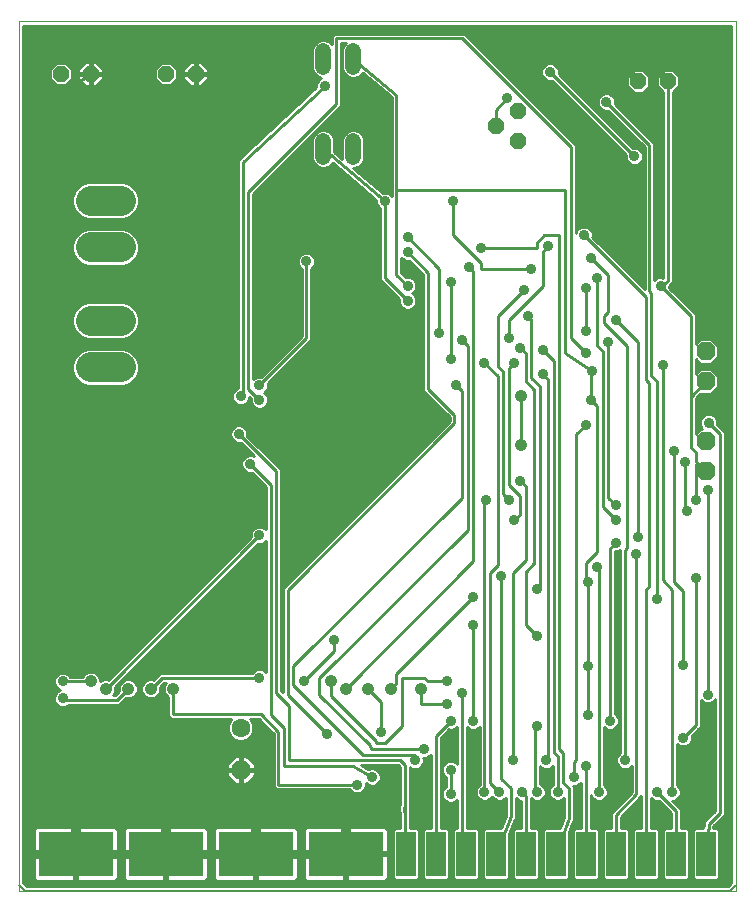
<source format=gbl>
G75*
%MOIN*%
%OFA0B0*%
%FSLAX25Y25*%
%IPPOS*%
%LPD*%
%AMOC8*
5,1,8,0,0,1.08239X$1,22.5*
%
%ADD10C,0.00000*%
%ADD11OC8,0.06300*%
%ADD12C,0.06300*%
%ADD13OC8,0.05200*%
%ADD14C,0.05200*%
%ADD15R,0.06500X0.15000*%
%ADD16R,0.25000X0.15000*%
%ADD17C,0.00500*%
%ADD18C,0.10039*%
%ADD19C,0.01600*%
%ADD20C,0.04134*%
%ADD21C,0.03200*%
%ADD22C,0.01000*%
%ADD23C,0.03600*%
D10*
X0027500Y0034500D02*
X0027500Y0324500D01*
X0266500Y0324500D01*
X0266500Y0034500D01*
X0027500Y0034500D01*
D11*
X0101500Y0075000D03*
X0256500Y0174500D03*
X0256500Y0184500D03*
X0256500Y0204500D03*
X0256500Y0214500D03*
D12*
X0101500Y0089000D03*
D13*
X0194000Y0284500D03*
X0186500Y0289500D03*
X0194000Y0294500D03*
X0234000Y0304500D03*
X0244000Y0304500D03*
X0086500Y0307000D03*
X0076500Y0307000D03*
X0051500Y0307000D03*
X0041500Y0307000D03*
D14*
X0129000Y0309400D02*
X0129000Y0314600D01*
X0139000Y0314600D02*
X0139000Y0309400D01*
X0139000Y0284600D02*
X0139000Y0279400D01*
X0129000Y0279400D02*
X0129000Y0284600D01*
D15*
X0156500Y0047000D03*
X0166500Y0047000D03*
X0176500Y0047000D03*
X0186500Y0047000D03*
X0196500Y0047000D03*
X0206500Y0047000D03*
X0216500Y0047000D03*
X0226500Y0047000D03*
X0236500Y0047000D03*
X0246500Y0047000D03*
X0256500Y0047000D03*
D16*
X0136500Y0047000D03*
X0106500Y0047000D03*
X0076500Y0047000D03*
X0046500Y0047000D03*
D17*
X0029500Y0034500D02*
X0149000Y0034500D01*
X0153200Y0034500D01*
X0264500Y0034500D01*
X0266500Y0036500D01*
X0029500Y0034500D02*
X0027500Y0036500D01*
D18*
X0051480Y0209205D02*
X0061520Y0209205D01*
X0061520Y0224795D02*
X0051480Y0224795D01*
X0051480Y0249205D02*
X0061520Y0249205D01*
X0061520Y0264795D02*
X0051480Y0264795D01*
D19*
X0031500Y0197000D02*
X0099475Y0197000D01*
X0099687Y0196787D01*
X0100863Y0196300D01*
X0102137Y0196300D01*
X0103313Y0196787D01*
X0103525Y0197000D01*
X0104804Y0197000D01*
X0105037Y0196437D01*
X0105937Y0195537D01*
X0107113Y0195050D01*
X0108387Y0195050D01*
X0109563Y0195537D01*
X0110463Y0196437D01*
X0110696Y0197000D01*
X0166313Y0197000D01*
X0170850Y0192463D01*
X0170850Y0191537D01*
X0158813Y0179500D01*
X0111062Y0179500D01*
X0104075Y0186487D01*
X0104075Y0187637D01*
X0103588Y0188813D01*
X0102688Y0189713D01*
X0101512Y0190200D01*
X0100238Y0190200D01*
X0099062Y0189713D01*
X0098162Y0188813D01*
X0097675Y0187637D01*
X0097675Y0186363D01*
X0098162Y0185187D01*
X0099062Y0184287D01*
X0100238Y0183800D01*
X0101388Y0183800D01*
X0104988Y0180200D01*
X0103988Y0180200D01*
X0102812Y0179713D01*
X0102600Y0179500D01*
X0041500Y0179500D01*
X0041500Y0147000D01*
X0031500Y0147000D01*
X0031500Y0197000D01*
X0031500Y0195950D02*
X0105525Y0195950D01*
X0109975Y0195950D02*
X0167363Y0195950D01*
X0168962Y0194351D02*
X0031500Y0194351D01*
X0031500Y0192753D02*
X0170560Y0192753D01*
X0170467Y0191154D02*
X0031500Y0191154D01*
X0031500Y0189556D02*
X0098905Y0189556D01*
X0097808Y0187957D02*
X0031500Y0187957D01*
X0031500Y0186359D02*
X0097677Y0186359D01*
X0098589Y0184760D02*
X0031500Y0184760D01*
X0031500Y0183162D02*
X0102026Y0183162D01*
X0103625Y0181563D02*
X0031500Y0181563D01*
X0031500Y0179965D02*
X0103420Y0179965D01*
X0107400Y0183162D02*
X0162475Y0183162D01*
X0164073Y0184760D02*
X0105802Y0184760D01*
X0104203Y0186359D02*
X0165672Y0186359D01*
X0167270Y0187957D02*
X0103942Y0187957D01*
X0102845Y0189556D02*
X0168869Y0189556D01*
X0160876Y0181563D02*
X0108999Y0181563D01*
X0110597Y0179965D02*
X0159278Y0179965D01*
X0111938Y0087000D02*
X0105596Y0087000D01*
X0105357Y0086423D01*
X0104077Y0085143D01*
X0102405Y0084450D01*
X0100595Y0084450D01*
X0098923Y0085143D01*
X0097643Y0086423D01*
X0097404Y0087000D01*
X0039000Y0087000D01*
X0039389Y0097118D01*
X0038925Y0098238D01*
X0038925Y0099512D01*
X0039412Y0100688D01*
X0039531Y0100806D01*
X0039596Y0102503D01*
X0039412Y0102687D01*
X0038925Y0103863D01*
X0038925Y0105137D01*
X0039412Y0106313D01*
X0039756Y0106656D01*
X0041500Y0152000D01*
X0031500Y0172000D01*
X0031500Y0039500D01*
X0032200Y0039500D01*
X0032200Y0046200D01*
X0045700Y0046200D01*
X0045700Y0047800D01*
X0045700Y0056300D01*
X0033763Y0056300D01*
X0033305Y0056177D01*
X0032895Y0055940D01*
X0032560Y0055605D01*
X0032323Y0055195D01*
X0032200Y0054737D01*
X0032200Y0047800D01*
X0045700Y0047800D01*
X0047300Y0047800D01*
X0047300Y0056300D01*
X0059237Y0056300D01*
X0059695Y0056177D01*
X0060105Y0055940D01*
X0060440Y0055605D01*
X0060677Y0055195D01*
X0060800Y0054737D01*
X0060800Y0047800D01*
X0047300Y0047800D01*
X0047300Y0046200D01*
X0060800Y0046200D01*
X0060800Y0039500D01*
X0062200Y0039500D01*
X0062200Y0046200D01*
X0075700Y0046200D01*
X0075700Y0047800D01*
X0075700Y0056300D01*
X0063763Y0056300D01*
X0063305Y0056177D01*
X0062895Y0055940D01*
X0062560Y0055605D01*
X0062323Y0055195D01*
X0062200Y0054737D01*
X0062200Y0047800D01*
X0075700Y0047800D01*
X0077300Y0047800D01*
X0077300Y0056300D01*
X0089237Y0056300D01*
X0089695Y0056177D01*
X0090105Y0055940D01*
X0090440Y0055605D01*
X0090677Y0055195D01*
X0090800Y0054737D01*
X0090800Y0047800D01*
X0077300Y0047800D01*
X0077300Y0046200D01*
X0090800Y0046200D01*
X0090800Y0039500D01*
X0092200Y0039500D01*
X0092200Y0046200D01*
X0105700Y0046200D01*
X0105700Y0047800D01*
X0105700Y0056300D01*
X0093763Y0056300D01*
X0093305Y0056177D01*
X0092895Y0055940D01*
X0092560Y0055605D01*
X0092323Y0055195D01*
X0092200Y0054737D01*
X0092200Y0047800D01*
X0105700Y0047800D01*
X0107300Y0047800D01*
X0107300Y0056300D01*
X0119237Y0056300D01*
X0119695Y0056177D01*
X0120105Y0055940D01*
X0120440Y0055605D01*
X0120677Y0055195D01*
X0120800Y0054737D01*
X0120800Y0047800D01*
X0107300Y0047800D01*
X0107300Y0046200D01*
X0120800Y0046200D01*
X0120800Y0039500D01*
X0122200Y0039500D01*
X0122200Y0046200D01*
X0135700Y0046200D01*
X0135700Y0047800D01*
X0135700Y0056300D01*
X0123763Y0056300D01*
X0123305Y0056177D01*
X0122895Y0055940D01*
X0122560Y0055605D01*
X0122323Y0055195D01*
X0122200Y0054737D01*
X0122200Y0047800D01*
X0135700Y0047800D01*
X0137300Y0047800D01*
X0137300Y0056300D01*
X0146500Y0056300D01*
X0146500Y0069679D01*
X0145887Y0069425D01*
X0144613Y0069425D01*
X0143450Y0069907D01*
X0143450Y0069488D01*
X0142963Y0068312D01*
X0142063Y0067412D01*
X0140887Y0066925D01*
X0139613Y0066925D01*
X0138437Y0067412D01*
X0137625Y0068225D01*
X0113213Y0068225D01*
X0112100Y0069338D01*
X0112100Y0086838D01*
X0111938Y0087000D01*
X0112100Y0085652D02*
X0104587Y0085652D01*
X0103550Y0079950D02*
X0101500Y0079950D01*
X0101500Y0075000D01*
X0101500Y0075000D01*
X0106450Y0075000D01*
X0106450Y0077050D01*
X0103550Y0079950D01*
X0104242Y0079258D02*
X0112100Y0079258D01*
X0112100Y0077660D02*
X0105841Y0077660D01*
X0106450Y0076061D02*
X0112100Y0076061D01*
X0112100Y0074463D02*
X0106450Y0074463D01*
X0106450Y0075000D02*
X0101500Y0075000D01*
X0101500Y0075000D01*
X0101500Y0075000D01*
X0096550Y0075000D01*
X0096550Y0077050D01*
X0099450Y0079950D01*
X0101500Y0079950D01*
X0101500Y0075000D01*
X0101500Y0070050D01*
X0103550Y0070050D01*
X0106450Y0072950D01*
X0106450Y0075000D01*
X0106365Y0072864D02*
X0112100Y0072864D01*
X0112100Y0071266D02*
X0104766Y0071266D01*
X0101500Y0071266D02*
X0101500Y0071266D01*
X0101500Y0070050D02*
X0099450Y0070050D01*
X0096550Y0072950D01*
X0096550Y0075000D01*
X0101500Y0075000D01*
X0101500Y0075000D01*
X0101500Y0070050D01*
X0101500Y0072864D02*
X0101500Y0072864D01*
X0101500Y0074463D02*
X0101500Y0074463D01*
X0101500Y0076061D02*
X0101500Y0076061D01*
X0101500Y0077660D02*
X0101500Y0077660D01*
X0101500Y0079258D02*
X0101500Y0079258D01*
X0098758Y0079258D02*
X0031500Y0079258D01*
X0031500Y0077660D02*
X0097159Y0077660D01*
X0096550Y0076061D02*
X0031500Y0076061D01*
X0031500Y0074463D02*
X0096550Y0074463D01*
X0096635Y0072864D02*
X0031500Y0072864D01*
X0031500Y0071266D02*
X0098234Y0071266D01*
X0112100Y0069667D02*
X0031500Y0069667D01*
X0031500Y0068069D02*
X0137781Y0068069D01*
X0142719Y0068069D02*
X0146500Y0068069D01*
X0146471Y0069667D02*
X0146500Y0069667D01*
X0144029Y0069667D02*
X0143450Y0069667D01*
X0146500Y0066470D02*
X0031500Y0066470D01*
X0031500Y0064872D02*
X0146500Y0064872D01*
X0146500Y0063273D02*
X0031500Y0063273D01*
X0031500Y0061675D02*
X0146500Y0061675D01*
X0146500Y0060076D02*
X0031500Y0060076D01*
X0031500Y0058478D02*
X0146500Y0058478D01*
X0146500Y0056879D02*
X0031500Y0056879D01*
X0031500Y0055281D02*
X0032372Y0055281D01*
X0032200Y0053682D02*
X0031500Y0053682D01*
X0031500Y0052084D02*
X0032200Y0052084D01*
X0032200Y0050485D02*
X0031500Y0050485D01*
X0031500Y0048887D02*
X0032200Y0048887D01*
X0031500Y0047288D02*
X0045700Y0047288D01*
X0045700Y0048887D02*
X0047300Y0048887D01*
X0047300Y0050485D02*
X0045700Y0050485D01*
X0045700Y0052084D02*
X0047300Y0052084D01*
X0047300Y0053682D02*
X0045700Y0053682D01*
X0045700Y0055281D02*
X0047300Y0055281D01*
X0047300Y0047288D02*
X0075700Y0047288D01*
X0075700Y0048887D02*
X0077300Y0048887D01*
X0077300Y0050485D02*
X0075700Y0050485D01*
X0075700Y0052084D02*
X0077300Y0052084D01*
X0077300Y0053682D02*
X0075700Y0053682D01*
X0075700Y0055281D02*
X0077300Y0055281D01*
X0077300Y0047288D02*
X0105700Y0047288D01*
X0105700Y0048887D02*
X0107300Y0048887D01*
X0107300Y0050485D02*
X0105700Y0050485D01*
X0105700Y0052084D02*
X0107300Y0052084D01*
X0107300Y0053682D02*
X0105700Y0053682D01*
X0105700Y0055281D02*
X0107300Y0055281D01*
X0107300Y0047288D02*
X0135700Y0047288D01*
X0135700Y0048887D02*
X0137300Y0048887D01*
X0137300Y0050485D02*
X0135700Y0050485D01*
X0135700Y0052084D02*
X0137300Y0052084D01*
X0137300Y0053682D02*
X0135700Y0053682D01*
X0135700Y0055281D02*
X0137300Y0055281D01*
X0122372Y0055281D02*
X0120628Y0055281D01*
X0120800Y0053682D02*
X0122200Y0053682D01*
X0122200Y0052084D02*
X0120800Y0052084D01*
X0120800Y0050485D02*
X0122200Y0050485D01*
X0122200Y0048887D02*
X0120800Y0048887D01*
X0120800Y0045690D02*
X0122200Y0045690D01*
X0122200Y0044091D02*
X0120800Y0044091D01*
X0120800Y0042493D02*
X0122200Y0042493D01*
X0122200Y0040894D02*
X0120800Y0040894D01*
X0092200Y0040894D02*
X0090800Y0040894D01*
X0090800Y0042493D02*
X0092200Y0042493D01*
X0092200Y0044091D02*
X0090800Y0044091D01*
X0090800Y0045690D02*
X0092200Y0045690D01*
X0092200Y0048887D02*
X0090800Y0048887D01*
X0090800Y0050485D02*
X0092200Y0050485D01*
X0092200Y0052084D02*
X0090800Y0052084D01*
X0090800Y0053682D02*
X0092200Y0053682D01*
X0092372Y0055281D02*
X0090628Y0055281D01*
X0112100Y0080857D02*
X0031500Y0080857D01*
X0031500Y0082455D02*
X0112100Y0082455D01*
X0112100Y0084054D02*
X0031500Y0084054D01*
X0031500Y0085652D02*
X0098413Y0085652D01*
X0062372Y0055281D02*
X0060628Y0055281D01*
X0060800Y0053682D02*
X0062200Y0053682D01*
X0062200Y0052084D02*
X0060800Y0052084D01*
X0060800Y0050485D02*
X0062200Y0050485D01*
X0062200Y0048887D02*
X0060800Y0048887D01*
X0060800Y0045690D02*
X0062200Y0045690D01*
X0062200Y0044091D02*
X0060800Y0044091D01*
X0060800Y0042493D02*
X0062200Y0042493D01*
X0062200Y0040894D02*
X0060800Y0040894D01*
X0032200Y0040894D02*
X0031500Y0040894D01*
X0031500Y0042493D02*
X0032200Y0042493D01*
X0032200Y0044091D02*
X0031500Y0044091D01*
X0031500Y0045690D02*
X0032200Y0045690D01*
X0031500Y0087251D02*
X0039010Y0087251D01*
X0039071Y0088849D02*
X0031500Y0088849D01*
X0031500Y0090448D02*
X0039133Y0090448D01*
X0039194Y0092046D02*
X0031500Y0092046D01*
X0031500Y0093645D02*
X0039256Y0093645D01*
X0039317Y0095243D02*
X0031500Y0095243D01*
X0031500Y0096842D02*
X0039379Y0096842D01*
X0038925Y0098440D02*
X0031500Y0098440D01*
X0031500Y0100039D02*
X0039143Y0100039D01*
X0039563Y0101637D02*
X0031500Y0101637D01*
X0031500Y0103236D02*
X0039185Y0103236D01*
X0038925Y0104834D02*
X0031500Y0104834D01*
X0031500Y0106433D02*
X0039533Y0106433D01*
X0039809Y0108032D02*
X0031500Y0108032D01*
X0031500Y0109630D02*
X0039870Y0109630D01*
X0039932Y0111229D02*
X0031500Y0111229D01*
X0031500Y0112827D02*
X0039993Y0112827D01*
X0040055Y0114426D02*
X0031500Y0114426D01*
X0031500Y0116024D02*
X0040116Y0116024D01*
X0040178Y0117623D02*
X0031500Y0117623D01*
X0031500Y0119221D02*
X0040239Y0119221D01*
X0040301Y0120820D02*
X0031500Y0120820D01*
X0031500Y0122418D02*
X0040362Y0122418D01*
X0040424Y0124017D02*
X0031500Y0124017D01*
X0031500Y0125615D02*
X0040485Y0125615D01*
X0040547Y0127214D02*
X0031500Y0127214D01*
X0031500Y0128812D02*
X0040608Y0128812D01*
X0040670Y0130411D02*
X0031500Y0130411D01*
X0031500Y0132009D02*
X0040731Y0132009D01*
X0040793Y0133608D02*
X0031500Y0133608D01*
X0031500Y0135206D02*
X0040854Y0135206D01*
X0040916Y0136805D02*
X0031500Y0136805D01*
X0031500Y0138403D02*
X0040977Y0138403D01*
X0041039Y0140002D02*
X0031500Y0140002D01*
X0031500Y0141600D02*
X0041100Y0141600D01*
X0041161Y0143199D02*
X0031500Y0143199D01*
X0031500Y0144797D02*
X0041223Y0144797D01*
X0041284Y0146396D02*
X0031500Y0146396D01*
X0031500Y0147994D02*
X0041500Y0147994D01*
X0041346Y0147994D02*
X0031500Y0147994D01*
X0031500Y0149593D02*
X0041500Y0149593D01*
X0041407Y0149593D02*
X0031500Y0149593D01*
X0031500Y0151191D02*
X0041500Y0151191D01*
X0041469Y0151191D02*
X0031500Y0151191D01*
X0031500Y0152790D02*
X0041500Y0152790D01*
X0041105Y0152790D02*
X0031500Y0152790D01*
X0031500Y0154388D02*
X0041500Y0154388D01*
X0040306Y0154388D02*
X0031500Y0154388D01*
X0031500Y0155987D02*
X0041500Y0155987D01*
X0041500Y0157585D02*
X0031500Y0157585D01*
X0038707Y0157585D01*
X0039507Y0155987D02*
X0031500Y0155987D01*
X0031500Y0159184D02*
X0041500Y0159184D01*
X0041500Y0160782D02*
X0031500Y0160782D01*
X0037109Y0160782D01*
X0037908Y0159184D02*
X0031500Y0159184D01*
X0031500Y0162381D02*
X0041500Y0162381D01*
X0041500Y0163979D02*
X0031500Y0163979D01*
X0035510Y0163979D01*
X0036310Y0162381D02*
X0031500Y0162381D01*
X0031500Y0165578D02*
X0041500Y0165578D01*
X0041500Y0167176D02*
X0031500Y0167176D01*
X0033912Y0167176D01*
X0034711Y0165578D02*
X0031500Y0165578D01*
X0031500Y0168775D02*
X0041500Y0168775D01*
X0041500Y0170373D02*
X0031500Y0170373D01*
X0032313Y0170373D01*
X0033113Y0168775D02*
X0031500Y0168775D01*
X0031500Y0171972D02*
X0041500Y0171972D01*
X0041500Y0173570D02*
X0031500Y0173570D01*
X0031500Y0171972D02*
X0031514Y0171972D01*
X0031500Y0175169D02*
X0041500Y0175169D01*
X0041500Y0176768D02*
X0031500Y0176768D01*
X0031500Y0178366D02*
X0041500Y0178366D01*
D20*
X0046500Y0192000D03*
X0054000Y0192000D03*
X0076500Y0192000D03*
X0086500Y0192000D03*
X0126500Y0192000D03*
X0134000Y0192000D03*
X0161500Y0192000D03*
X0169000Y0192000D03*
X0195000Y0199500D03*
X0195000Y0183250D03*
X0131500Y0104500D03*
X0136500Y0102000D03*
X0144000Y0102000D03*
X0151500Y0102000D03*
X0161500Y0102000D03*
X0079000Y0102000D03*
X0071500Y0102000D03*
X0064000Y0102000D03*
X0056500Y0102000D03*
X0051500Y0104500D03*
D21*
X0034000Y0082000D02*
X0046500Y0069500D01*
X0046500Y0047000D01*
X0034000Y0082000D02*
X0034000Y0192000D01*
X0054000Y0192000D01*
X0046500Y0192000D01*
X0054000Y0192000D02*
X0126500Y0192000D01*
X0169000Y0192000D01*
D22*
X0170474Y0193263D02*
X0029000Y0193263D01*
X0029000Y0192265D02*
X0171150Y0192265D01*
X0171150Y0192587D02*
X0171150Y0191413D01*
X0116462Y0136725D01*
X0115525Y0135788D01*
X0115525Y0100863D01*
X0114975Y0101413D01*
X0114975Y0175163D01*
X0103757Y0186380D01*
X0103775Y0186423D01*
X0103775Y0187577D01*
X0103333Y0188643D01*
X0102518Y0189458D01*
X0101452Y0189900D01*
X0100298Y0189900D01*
X0099232Y0189458D01*
X0098416Y0188643D01*
X0097975Y0187577D01*
X0097975Y0186423D01*
X0098416Y0185357D01*
X0099232Y0184541D01*
X0100298Y0184100D01*
X0101452Y0184100D01*
X0101495Y0184118D01*
X0106073Y0179539D01*
X0105202Y0179900D01*
X0104048Y0179900D01*
X0102982Y0179458D01*
X0102166Y0178643D01*
X0101725Y0177577D01*
X0101725Y0176423D01*
X0102166Y0175357D01*
X0102982Y0174541D01*
X0104048Y0174100D01*
X0105202Y0174100D01*
X0105245Y0174118D01*
X0109900Y0169462D01*
X0109900Y0155201D01*
X0109393Y0155708D01*
X0108327Y0156150D01*
X0107173Y0156150D01*
X0106107Y0155708D01*
X0105291Y0154893D01*
X0104850Y0153827D01*
X0104850Y0152673D01*
X0104868Y0152630D01*
X0057324Y0105087D01*
X0057130Y0105167D01*
X0055870Y0105167D01*
X0054706Y0104685D01*
X0054667Y0104646D01*
X0054667Y0105130D01*
X0054185Y0106294D01*
X0053294Y0107185D01*
X0052130Y0107667D01*
X0050870Y0107667D01*
X0049706Y0107185D01*
X0048815Y0106294D01*
X0048735Y0106100D01*
X0044601Y0106100D01*
X0044583Y0106143D01*
X0043768Y0106958D01*
X0042702Y0107400D01*
X0041548Y0107400D01*
X0040482Y0106958D01*
X0039666Y0106143D01*
X0039225Y0105077D01*
X0039225Y0103923D01*
X0039666Y0102857D01*
X0040482Y0102041D01*
X0041337Y0101687D01*
X0040482Y0101333D01*
X0039666Y0100518D01*
X0039225Y0099452D01*
X0039225Y0098298D01*
X0039666Y0097232D01*
X0040482Y0096416D01*
X0041548Y0095975D01*
X0042702Y0095975D01*
X0043768Y0096416D01*
X0044001Y0096650D01*
X0060913Y0096650D01*
X0061850Y0097587D01*
X0063176Y0098913D01*
X0063370Y0098833D01*
X0064630Y0098833D01*
X0065794Y0099315D01*
X0066685Y0100206D01*
X0067167Y0101370D01*
X0067167Y0102630D01*
X0066685Y0103794D01*
X0065794Y0104685D01*
X0064630Y0105167D01*
X0063370Y0105167D01*
X0062206Y0104685D01*
X0061315Y0103794D01*
X0060833Y0102630D01*
X0060833Y0101370D01*
X0060913Y0101176D01*
X0059587Y0099850D01*
X0058829Y0099850D01*
X0059185Y0100206D01*
X0059667Y0101370D01*
X0059667Y0102630D01*
X0059587Y0102824D01*
X0107130Y0150368D01*
X0107173Y0150350D01*
X0108327Y0150350D01*
X0109393Y0150791D01*
X0109900Y0151299D01*
X0109900Y0107701D01*
X0109393Y0108208D01*
X0108327Y0108650D01*
X0107173Y0108650D01*
X0106107Y0108208D01*
X0105291Y0107393D01*
X0105274Y0107350D01*
X0074587Y0107350D01*
X0073650Y0106413D01*
X0072324Y0105087D01*
X0072130Y0105167D01*
X0070870Y0105167D01*
X0069706Y0104685D01*
X0068815Y0103794D01*
X0068333Y0102630D01*
X0068333Y0101370D01*
X0068815Y0100206D01*
X0069706Y0099315D01*
X0070870Y0098833D01*
X0072130Y0098833D01*
X0073294Y0099315D01*
X0074185Y0100206D01*
X0074667Y0101370D01*
X0074667Y0102630D01*
X0074587Y0102824D01*
X0075913Y0104150D01*
X0076671Y0104150D01*
X0076315Y0103794D01*
X0075833Y0102630D01*
X0075833Y0101370D01*
X0076315Y0100206D01*
X0077206Y0099315D01*
X0077400Y0099235D01*
X0077400Y0092837D01*
X0078337Y0091900D01*
X0098390Y0091900D01*
X0097897Y0091407D01*
X0097250Y0089845D01*
X0097250Y0088155D01*
X0097897Y0086593D01*
X0099093Y0085397D01*
X0100655Y0084750D01*
X0102345Y0084750D01*
X0103907Y0085397D01*
X0105103Y0086593D01*
X0105750Y0088155D01*
X0105750Y0089845D01*
X0105103Y0091407D01*
X0104610Y0091900D01*
X0107462Y0091900D01*
X0112400Y0086962D01*
X0112400Y0069462D01*
X0113337Y0068525D01*
X0137774Y0068525D01*
X0137791Y0068482D01*
X0138607Y0067666D01*
X0139673Y0067225D01*
X0140827Y0067225D01*
X0141893Y0067666D01*
X0142708Y0068482D01*
X0143150Y0069548D01*
X0143150Y0070624D01*
X0143607Y0070166D01*
X0144673Y0069725D01*
X0145827Y0069725D01*
X0146893Y0070166D01*
X0147708Y0070982D01*
X0148150Y0072048D01*
X0148150Y0073202D01*
X0147708Y0074268D01*
X0146893Y0075083D01*
X0145827Y0075525D01*
X0144673Y0075525D01*
X0143995Y0075244D01*
X0141651Y0076650D01*
X0153962Y0076650D01*
X0154638Y0075974D01*
X0154638Y0063640D01*
X0154212Y0063107D01*
X0154638Y0059271D01*
X0154638Y0058697D01*
X0154652Y0058683D01*
X0154717Y0055600D01*
X0152794Y0055600D01*
X0152150Y0054956D01*
X0152150Y0039044D01*
X0152794Y0038400D01*
X0160206Y0038400D01*
X0160850Y0039044D01*
X0160850Y0054956D01*
X0160206Y0055600D01*
X0157918Y0055600D01*
X0157850Y0058813D01*
X0157901Y0058878D01*
X0157838Y0059448D01*
X0157838Y0075936D01*
X0157982Y0075791D01*
X0159048Y0075350D01*
X0160202Y0075350D01*
X0161268Y0075791D01*
X0162083Y0076607D01*
X0162525Y0077673D01*
X0162525Y0078827D01*
X0162412Y0079100D01*
X0163327Y0079100D01*
X0164393Y0079541D01*
X0164900Y0080049D01*
X0164900Y0055600D01*
X0162794Y0055600D01*
X0162150Y0054956D01*
X0162150Y0039044D01*
X0162794Y0038400D01*
X0170206Y0038400D01*
X0170850Y0039044D01*
X0170850Y0054956D01*
X0170206Y0055600D01*
X0168100Y0055600D01*
X0168100Y0085712D01*
X0170880Y0088493D01*
X0170923Y0088475D01*
X0172077Y0088475D01*
X0173143Y0088916D01*
X0173650Y0089424D01*
X0173650Y0077076D01*
X0173143Y0077583D01*
X0172077Y0078025D01*
X0170923Y0078025D01*
X0169857Y0077583D01*
X0169041Y0076768D01*
X0168600Y0075702D01*
X0168600Y0074548D01*
X0169041Y0073482D01*
X0169857Y0072666D01*
X0169900Y0072649D01*
X0169900Y0069476D01*
X0169857Y0069458D01*
X0169041Y0068643D01*
X0168600Y0067577D01*
X0168600Y0066423D01*
X0169041Y0065357D01*
X0169857Y0064541D01*
X0170923Y0064100D01*
X0172077Y0064100D01*
X0173143Y0064541D01*
X0173650Y0065049D01*
X0173650Y0056283D01*
X0173572Y0056180D01*
X0173650Y0055636D01*
X0173650Y0055600D01*
X0172794Y0055600D01*
X0172150Y0054956D01*
X0172150Y0039044D01*
X0172794Y0038400D01*
X0180206Y0038400D01*
X0180850Y0039044D01*
X0180850Y0054956D01*
X0180206Y0055600D01*
X0176888Y0055600D01*
X0176850Y0055864D01*
X0176850Y0089424D01*
X0177357Y0088916D01*
X0178423Y0088475D01*
X0179577Y0088475D01*
X0180643Y0088916D01*
X0181150Y0089424D01*
X0181150Y0070101D01*
X0181107Y0070083D01*
X0180291Y0069268D01*
X0179850Y0068202D01*
X0179850Y0067048D01*
X0180291Y0065982D01*
X0181107Y0065166D01*
X0182173Y0064725D01*
X0183327Y0064725D01*
X0184393Y0065166D01*
X0185208Y0065982D01*
X0185250Y0066082D01*
X0185291Y0065982D01*
X0186107Y0065166D01*
X0187173Y0064725D01*
X0188327Y0064725D01*
X0189393Y0065166D01*
X0189900Y0065674D01*
X0189900Y0059808D01*
X0188217Y0055600D01*
X0182794Y0055600D01*
X0182150Y0054956D01*
X0182150Y0039044D01*
X0182794Y0038400D01*
X0190206Y0038400D01*
X0190850Y0039044D01*
X0190850Y0053567D01*
X0192864Y0058601D01*
X0193100Y0058837D01*
X0193100Y0059192D01*
X0193232Y0059521D01*
X0193100Y0059828D01*
X0193100Y0065674D01*
X0193607Y0065166D01*
X0194673Y0064725D01*
X0194900Y0064725D01*
X0194900Y0055600D01*
X0192794Y0055600D01*
X0192150Y0054956D01*
X0192150Y0039044D01*
X0192794Y0038400D01*
X0200206Y0038400D01*
X0200850Y0039044D01*
X0200850Y0054956D01*
X0200206Y0055600D01*
X0198100Y0055600D01*
X0198100Y0065674D01*
X0198607Y0065166D01*
X0199673Y0064725D01*
X0200827Y0064725D01*
X0201893Y0065166D01*
X0202708Y0065982D01*
X0203150Y0067048D01*
X0203150Y0068202D01*
X0202708Y0069268D01*
X0201893Y0070083D01*
X0201225Y0070360D01*
X0201225Y0076299D01*
X0201732Y0075791D01*
X0202798Y0075350D01*
X0203952Y0075350D01*
X0205018Y0075791D01*
X0205525Y0076299D01*
X0205525Y0070101D01*
X0205482Y0070083D01*
X0204666Y0069268D01*
X0204225Y0068202D01*
X0204225Y0067048D01*
X0204666Y0065982D01*
X0205482Y0065166D01*
X0206548Y0064725D01*
X0207702Y0064725D01*
X0208768Y0065166D01*
X0209275Y0065674D01*
X0209275Y0059160D01*
X0207963Y0055600D01*
X0202794Y0055600D01*
X0202150Y0054956D01*
X0202150Y0039044D01*
X0202794Y0038400D01*
X0210206Y0038400D01*
X0210850Y0039044D01*
X0210850Y0054179D01*
X0212255Y0057992D01*
X0212475Y0058212D01*
X0212475Y0058590D01*
X0212605Y0058944D01*
X0212475Y0059226D01*
X0212475Y0069538D01*
X0212288Y0069725D01*
X0213327Y0069725D01*
X0214393Y0070166D01*
X0214900Y0070674D01*
X0214900Y0055600D01*
X0212794Y0055600D01*
X0212150Y0054956D01*
X0212150Y0039044D01*
X0212794Y0038400D01*
X0220206Y0038400D01*
X0220850Y0039044D01*
X0220850Y0054956D01*
X0220206Y0055600D01*
X0218100Y0055600D01*
X0218100Y0066746D01*
X0218416Y0065982D01*
X0219232Y0065166D01*
X0220298Y0064725D01*
X0221452Y0064725D01*
X0222518Y0065166D01*
X0223333Y0065982D01*
X0223775Y0067048D01*
X0223775Y0068202D01*
X0223333Y0069268D01*
X0222518Y0070083D01*
X0222475Y0070101D01*
X0222475Y0089424D01*
X0222982Y0088916D01*
X0224048Y0088475D01*
X0225202Y0088475D01*
X0226268Y0088916D01*
X0227083Y0089732D01*
X0227525Y0090798D01*
X0227525Y0091952D01*
X0227083Y0093018D01*
X0226268Y0093833D01*
X0226225Y0093851D01*
X0226225Y0147850D01*
X0227077Y0147850D01*
X0228025Y0148243D01*
X0228025Y0080726D01*
X0227982Y0080708D01*
X0227166Y0079893D01*
X0226725Y0078827D01*
X0226725Y0077673D01*
X0227166Y0076607D01*
X0227982Y0075791D01*
X0229048Y0075350D01*
X0230202Y0075350D01*
X0231268Y0075791D01*
X0231775Y0076299D01*
X0231775Y0067663D01*
X0225837Y0061725D01*
X0224900Y0060788D01*
X0224900Y0055600D01*
X0222794Y0055600D01*
X0222150Y0054956D01*
X0222150Y0039044D01*
X0222794Y0038400D01*
X0230206Y0038400D01*
X0230850Y0039044D01*
X0230850Y0054956D01*
X0230206Y0055600D01*
X0228100Y0055600D01*
X0228100Y0059462D01*
X0234900Y0066262D01*
X0234900Y0055600D01*
X0232794Y0055600D01*
X0232150Y0054956D01*
X0232150Y0039044D01*
X0232794Y0038400D01*
X0240206Y0038400D01*
X0240850Y0039044D01*
X0240850Y0054956D01*
X0240206Y0055600D01*
X0238100Y0055600D01*
X0238100Y0065674D01*
X0238607Y0065166D01*
X0239673Y0064725D01*
X0240827Y0064725D01*
X0240870Y0064743D01*
X0244900Y0060712D01*
X0244900Y0055600D01*
X0242794Y0055600D01*
X0242150Y0054956D01*
X0242150Y0039044D01*
X0242794Y0038400D01*
X0250206Y0038400D01*
X0250850Y0039044D01*
X0250850Y0054956D01*
X0250206Y0055600D01*
X0248100Y0055600D01*
X0248100Y0062038D01*
X0247163Y0062975D01*
X0245413Y0064725D01*
X0245827Y0064725D01*
X0246893Y0065166D01*
X0247708Y0065982D01*
X0248150Y0067048D01*
X0248150Y0068202D01*
X0247708Y0069268D01*
X0246893Y0070083D01*
X0246850Y0070101D01*
X0246850Y0083799D01*
X0247357Y0083291D01*
X0248423Y0082850D01*
X0249577Y0082850D01*
X0250643Y0083291D01*
X0251458Y0084107D01*
X0251900Y0085173D01*
X0251900Y0086327D01*
X0251882Y0086370D01*
X0254038Y0088525D01*
X0254975Y0089462D01*
X0254975Y0098174D01*
X0255482Y0097666D01*
X0256548Y0097225D01*
X0257702Y0097225D01*
X0258768Y0097666D01*
X0259583Y0098482D01*
X0259650Y0098643D01*
X0259650Y0061413D01*
X0256425Y0058188D01*
X0255974Y0057819D01*
X0255965Y0057727D01*
X0255900Y0057663D01*
X0255900Y0057080D01*
X0255752Y0055600D01*
X0252794Y0055600D01*
X0252150Y0054956D01*
X0252150Y0039044D01*
X0252794Y0038400D01*
X0260206Y0038400D01*
X0260850Y0039044D01*
X0260850Y0054956D01*
X0260206Y0055600D01*
X0258968Y0055600D01*
X0259035Y0056272D01*
X0262850Y0060087D01*
X0262850Y0187663D01*
X0261913Y0188600D01*
X0260382Y0190130D01*
X0260400Y0190173D01*
X0260400Y0191327D01*
X0259958Y0192393D01*
X0259143Y0193208D01*
X0258077Y0193650D01*
X0256923Y0193650D01*
X0255857Y0193208D01*
X0255041Y0192393D01*
X0254600Y0191327D01*
X0254600Y0190173D01*
X0255041Y0189107D01*
X0255399Y0188750D01*
X0254740Y0188750D01*
X0253100Y0187110D01*
X0253100Y0198837D01*
X0253412Y0199150D01*
X0254626Y0200363D01*
X0254740Y0200250D01*
X0258260Y0200250D01*
X0260750Y0202740D01*
X0260750Y0206260D01*
X0258260Y0208750D01*
X0254740Y0208750D01*
X0253100Y0207110D01*
X0253100Y0211890D01*
X0254740Y0210250D01*
X0258260Y0210250D01*
X0260750Y0212740D01*
X0260750Y0216260D01*
X0258260Y0218750D01*
X0254740Y0218750D01*
X0253100Y0217110D01*
X0253100Y0227038D01*
X0252163Y0227975D01*
X0244382Y0235755D01*
X0244400Y0235798D01*
X0244400Y0236387D01*
X0244663Y0236650D01*
X0245600Y0237587D01*
X0245600Y0300867D01*
X0247700Y0302967D01*
X0247700Y0306033D01*
X0245533Y0308200D01*
X0242467Y0308200D01*
X0240300Y0306033D01*
X0240300Y0302967D01*
X0242400Y0300867D01*
X0242400Y0239141D01*
X0242077Y0239275D01*
X0240923Y0239275D01*
X0239857Y0238833D01*
X0239350Y0238326D01*
X0239350Y0283913D01*
X0238413Y0284850D01*
X0238413Y0284850D01*
X0226257Y0297005D01*
X0226275Y0297048D01*
X0226275Y0298202D01*
X0225833Y0299268D01*
X0225018Y0300083D01*
X0223952Y0300525D01*
X0222798Y0300525D01*
X0221732Y0300083D01*
X0220916Y0299268D01*
X0220475Y0298202D01*
X0220475Y0297048D01*
X0220916Y0295982D01*
X0221732Y0295166D01*
X0222798Y0294725D01*
X0223952Y0294725D01*
X0223995Y0294743D01*
X0236150Y0282587D01*
X0236150Y0235238D01*
X0218757Y0252630D01*
X0218775Y0252673D01*
X0218775Y0253827D01*
X0218333Y0254893D01*
X0217518Y0255708D01*
X0216452Y0256150D01*
X0215298Y0256150D01*
X0214232Y0255708D01*
X0213416Y0254893D01*
X0213100Y0254129D01*
X0213100Y0283288D01*
X0176850Y0319538D01*
X0175913Y0320475D01*
X0132712Y0320475D01*
X0131775Y0319538D01*
X0131775Y0317058D01*
X0131096Y0317737D01*
X0129736Y0318300D01*
X0128264Y0318300D01*
X0126904Y0317737D01*
X0125863Y0316696D01*
X0125300Y0315336D01*
X0125300Y0308664D01*
X0125863Y0307304D01*
X0126904Y0306263D01*
X0128264Y0305700D01*
X0127982Y0305583D01*
X0127166Y0304768D01*
X0126725Y0303702D01*
X0126725Y0302618D01*
X0101497Y0279225D01*
X0101462Y0279225D01*
X0101015Y0278778D01*
X0100551Y0278348D01*
X0100550Y0278313D01*
X0100525Y0278288D01*
X0100525Y0277655D01*
X0100501Y0277023D01*
X0100525Y0276997D01*
X0100525Y0202235D01*
X0099857Y0201958D01*
X0099041Y0201143D01*
X0098600Y0200077D01*
X0098600Y0198923D01*
X0099041Y0197857D01*
X0099857Y0197041D01*
X0100923Y0196600D01*
X0102077Y0196600D01*
X0103143Y0197041D01*
X0103958Y0197857D01*
X0104400Y0198923D01*
X0104400Y0199337D01*
X0104868Y0198870D01*
X0104850Y0198827D01*
X0104850Y0197673D01*
X0105291Y0196607D01*
X0106107Y0195791D01*
X0107173Y0195350D01*
X0108327Y0195350D01*
X0109393Y0195791D01*
X0110208Y0196607D01*
X0110650Y0197673D01*
X0110650Y0198827D01*
X0110208Y0199893D01*
X0109393Y0200708D01*
X0109293Y0200750D01*
X0109393Y0200791D01*
X0110208Y0201607D01*
X0110650Y0202673D01*
X0110650Y0203827D01*
X0110632Y0203870D01*
X0124038Y0217275D01*
X0124975Y0218212D01*
X0124975Y0242024D01*
X0125018Y0242041D01*
X0125833Y0242857D01*
X0126275Y0243923D01*
X0126275Y0245077D01*
X0125833Y0246143D01*
X0125018Y0246958D01*
X0123952Y0247400D01*
X0122798Y0247400D01*
X0121732Y0246958D01*
X0120916Y0246143D01*
X0120475Y0245077D01*
X0120475Y0243923D01*
X0120916Y0242857D01*
X0121732Y0242041D01*
X0121775Y0242024D01*
X0121775Y0219538D01*
X0108370Y0206132D01*
X0108327Y0206150D01*
X0107173Y0206150D01*
X0106107Y0205708D01*
X0105600Y0205201D01*
X0105600Y0266962D01*
X0134975Y0296337D01*
X0134975Y0317275D01*
X0136442Y0317275D01*
X0135863Y0316696D01*
X0135300Y0315336D01*
X0135300Y0308664D01*
X0135863Y0307304D01*
X0136904Y0306263D01*
X0138264Y0305700D01*
X0139736Y0305700D01*
X0141096Y0306263D01*
X0142137Y0307304D01*
X0142146Y0307326D01*
X0151775Y0299371D01*
X0151775Y0266451D01*
X0151268Y0266958D01*
X0150202Y0267400D01*
X0149048Y0267400D01*
X0148803Y0267298D01*
X0138919Y0275700D01*
X0139736Y0275700D01*
X0141096Y0276263D01*
X0142137Y0277304D01*
X0142700Y0278664D01*
X0142700Y0285336D01*
X0142137Y0286696D01*
X0141096Y0287737D01*
X0139736Y0288300D01*
X0138264Y0288300D01*
X0136904Y0287737D01*
X0135863Y0286696D01*
X0135300Y0285336D01*
X0135300Y0278776D01*
X0132700Y0280986D01*
X0132700Y0285336D01*
X0132137Y0286696D01*
X0131096Y0287737D01*
X0129736Y0288300D01*
X0128264Y0288300D01*
X0126904Y0287737D01*
X0125863Y0286696D01*
X0125300Y0285336D01*
X0125300Y0278664D01*
X0125863Y0277304D01*
X0126904Y0276263D01*
X0128264Y0275700D01*
X0129736Y0275700D01*
X0131096Y0276263D01*
X0132116Y0277283D01*
X0146725Y0264865D01*
X0146725Y0263923D01*
X0147166Y0262857D01*
X0147982Y0262041D01*
X0148025Y0262024D01*
X0148025Y0238212D01*
X0148962Y0237275D01*
X0154243Y0231995D01*
X0154225Y0231952D01*
X0154225Y0230798D01*
X0154666Y0229732D01*
X0155482Y0228916D01*
X0156548Y0228475D01*
X0157702Y0228475D01*
X0158768Y0228916D01*
X0159583Y0229732D01*
X0160025Y0230798D01*
X0160025Y0231952D01*
X0159583Y0233018D01*
X0158768Y0233833D01*
X0158667Y0233875D01*
X0158768Y0233916D01*
X0159583Y0234732D01*
X0160025Y0235798D01*
X0160025Y0236952D01*
X0159583Y0238018D01*
X0158768Y0238833D01*
X0157702Y0239275D01*
X0156548Y0239275D01*
X0156505Y0239257D01*
X0154975Y0240788D01*
X0154975Y0245674D01*
X0155482Y0245166D01*
X0156548Y0244725D01*
X0157702Y0244725D01*
X0157745Y0244743D01*
X0162400Y0240087D01*
X0162400Y0201337D01*
X0171150Y0192587D01*
X0171004Y0191266D02*
X0029000Y0191266D01*
X0029000Y0190268D02*
X0170005Y0190268D01*
X0169007Y0189269D02*
X0102707Y0189269D01*
X0103488Y0188271D02*
X0168008Y0188271D01*
X0167010Y0187272D02*
X0103775Y0187272D01*
X0103864Y0186274D02*
X0166011Y0186274D01*
X0165012Y0185275D02*
X0104863Y0185275D01*
X0105861Y0184277D02*
X0164014Y0184277D01*
X0163015Y0183278D02*
X0106860Y0183278D01*
X0107858Y0182280D02*
X0162017Y0182280D01*
X0161018Y0181281D02*
X0108857Y0181281D01*
X0109855Y0180283D02*
X0160020Y0180283D01*
X0159021Y0179284D02*
X0110854Y0179284D01*
X0111852Y0178286D02*
X0158023Y0178286D01*
X0157024Y0177287D02*
X0112851Y0177287D01*
X0113849Y0176289D02*
X0156026Y0176289D01*
X0155027Y0175290D02*
X0114848Y0175290D01*
X0114975Y0174292D02*
X0154029Y0174292D01*
X0153030Y0173293D02*
X0114975Y0173293D01*
X0114975Y0172295D02*
X0152032Y0172295D01*
X0151033Y0171296D02*
X0114975Y0171296D01*
X0114975Y0170298D02*
X0150035Y0170298D01*
X0149036Y0169299D02*
X0114975Y0169299D01*
X0114975Y0168301D02*
X0148038Y0168301D01*
X0147039Y0167302D02*
X0114975Y0167302D01*
X0114975Y0166303D02*
X0146041Y0166303D01*
X0145042Y0165305D02*
X0114975Y0165305D01*
X0114975Y0164306D02*
X0144044Y0164306D01*
X0143045Y0163308D02*
X0114975Y0163308D01*
X0114975Y0162309D02*
X0142047Y0162309D01*
X0141048Y0161311D02*
X0114975Y0161311D01*
X0114975Y0160312D02*
X0140050Y0160312D01*
X0139051Y0159314D02*
X0114975Y0159314D01*
X0114975Y0158315D02*
X0138053Y0158315D01*
X0137054Y0157317D02*
X0114975Y0157317D01*
X0114975Y0156318D02*
X0136056Y0156318D01*
X0135057Y0155320D02*
X0114975Y0155320D01*
X0114975Y0154321D02*
X0134059Y0154321D01*
X0133060Y0153323D02*
X0114975Y0153323D01*
X0114975Y0152324D02*
X0132062Y0152324D01*
X0131063Y0151326D02*
X0114975Y0151326D01*
X0114975Y0150327D02*
X0130065Y0150327D01*
X0129066Y0149329D02*
X0114975Y0149329D01*
X0114975Y0148330D02*
X0128068Y0148330D01*
X0127069Y0147332D02*
X0114975Y0147332D01*
X0114975Y0146333D02*
X0126071Y0146333D01*
X0125072Y0145335D02*
X0114975Y0145335D01*
X0114975Y0144336D02*
X0124074Y0144336D01*
X0123075Y0143338D02*
X0114975Y0143338D01*
X0114975Y0142339D02*
X0122077Y0142339D01*
X0121078Y0141341D02*
X0114975Y0141341D01*
X0114975Y0140342D02*
X0120079Y0140342D01*
X0119081Y0139344D02*
X0114975Y0139344D01*
X0114975Y0138345D02*
X0118082Y0138345D01*
X0117084Y0137347D02*
X0114975Y0137347D01*
X0114975Y0136348D02*
X0116085Y0136348D01*
X0116462Y0136725D02*
X0116462Y0136725D01*
X0115525Y0135350D02*
X0114975Y0135350D01*
X0114975Y0134351D02*
X0115525Y0134351D01*
X0115525Y0133353D02*
X0114975Y0133353D01*
X0114975Y0132354D02*
X0115525Y0132354D01*
X0115525Y0131356D02*
X0114975Y0131356D01*
X0114975Y0130357D02*
X0115525Y0130357D01*
X0115525Y0129359D02*
X0114975Y0129359D01*
X0114975Y0128360D02*
X0115525Y0128360D01*
X0115525Y0127362D02*
X0114975Y0127362D01*
X0114975Y0126363D02*
X0115525Y0126363D01*
X0115525Y0125365D02*
X0114975Y0125365D01*
X0114975Y0124366D02*
X0115525Y0124366D01*
X0115525Y0123368D02*
X0114975Y0123368D01*
X0114975Y0122369D02*
X0115525Y0122369D01*
X0115525Y0121370D02*
X0114975Y0121370D01*
X0114975Y0120372D02*
X0115525Y0120372D01*
X0115525Y0119373D02*
X0114975Y0119373D01*
X0114975Y0118375D02*
X0115525Y0118375D01*
X0115525Y0117376D02*
X0114975Y0117376D01*
X0114975Y0116378D02*
X0115525Y0116378D01*
X0115525Y0115379D02*
X0114975Y0115379D01*
X0114975Y0114381D02*
X0115525Y0114381D01*
X0115525Y0113382D02*
X0114975Y0113382D01*
X0114975Y0112384D02*
X0115525Y0112384D01*
X0115525Y0111385D02*
X0114975Y0111385D01*
X0114975Y0110387D02*
X0115525Y0110387D01*
X0115525Y0109388D02*
X0114975Y0109388D01*
X0114975Y0108390D02*
X0115525Y0108390D01*
X0115525Y0107391D02*
X0114975Y0107391D01*
X0114975Y0106393D02*
X0115525Y0106393D01*
X0115525Y0105394D02*
X0114975Y0105394D01*
X0114975Y0104396D02*
X0115525Y0104396D01*
X0115525Y0103397D02*
X0114975Y0103397D01*
X0114975Y0102399D02*
X0115525Y0102399D01*
X0115525Y0101400D02*
X0114987Y0101400D01*
X0113375Y0100750D02*
X0113375Y0174500D01*
X0100875Y0187000D01*
X0099872Y0184277D02*
X0029000Y0184277D01*
X0029000Y0185275D02*
X0098499Y0185275D01*
X0098037Y0186274D02*
X0029000Y0186274D01*
X0029000Y0187272D02*
X0097975Y0187272D01*
X0098262Y0188271D02*
X0029000Y0188271D01*
X0029000Y0189269D02*
X0099043Y0189269D01*
X0102334Y0183278D02*
X0029000Y0183278D01*
X0029000Y0182280D02*
X0103333Y0182280D01*
X0104331Y0181281D02*
X0029000Y0181281D01*
X0029000Y0180283D02*
X0105330Y0180283D01*
X0102808Y0179284D02*
X0029000Y0179284D01*
X0029000Y0178286D02*
X0102019Y0178286D01*
X0101725Y0177287D02*
X0029000Y0177287D01*
X0029000Y0176289D02*
X0101781Y0176289D01*
X0102234Y0175290D02*
X0029000Y0175290D01*
X0029000Y0174292D02*
X0103586Y0174292D01*
X0106069Y0173293D02*
X0029000Y0173293D01*
X0029000Y0172295D02*
X0107068Y0172295D01*
X0108066Y0171296D02*
X0029000Y0171296D01*
X0029000Y0170298D02*
X0109065Y0170298D01*
X0109900Y0169299D02*
X0029000Y0169299D01*
X0029000Y0168301D02*
X0109900Y0168301D01*
X0109900Y0167302D02*
X0029000Y0167302D01*
X0029000Y0166303D02*
X0109900Y0166303D01*
X0109900Y0165305D02*
X0029000Y0165305D01*
X0029000Y0164306D02*
X0109900Y0164306D01*
X0109900Y0163308D02*
X0029000Y0163308D01*
X0029000Y0162309D02*
X0109900Y0162309D01*
X0109900Y0161311D02*
X0029000Y0161311D01*
X0029000Y0160312D02*
X0109900Y0160312D01*
X0109900Y0159314D02*
X0029000Y0159314D01*
X0029000Y0158315D02*
X0109900Y0158315D01*
X0109900Y0157317D02*
X0029000Y0157317D01*
X0029000Y0156318D02*
X0109900Y0156318D01*
X0109900Y0155320D02*
X0109781Y0155320D01*
X0107750Y0153250D02*
X0056500Y0102000D01*
X0059667Y0102399D02*
X0060833Y0102399D01*
X0060833Y0101400D02*
X0059667Y0101400D01*
X0059266Y0100402D02*
X0060139Y0100402D01*
X0060250Y0098250D02*
X0042125Y0098250D01*
X0042125Y0098875D01*
X0039594Y0097406D02*
X0029000Y0097406D01*
X0029000Y0096408D02*
X0040504Y0096408D01*
X0039225Y0098405D02*
X0029000Y0098405D01*
X0029000Y0099403D02*
X0039225Y0099403D01*
X0039618Y0100402D02*
X0029000Y0100402D01*
X0029000Y0101400D02*
X0040643Y0101400D01*
X0040125Y0102399D02*
X0029000Y0102399D01*
X0029000Y0103397D02*
X0039443Y0103397D01*
X0039225Y0104396D02*
X0029000Y0104396D01*
X0029000Y0105394D02*
X0039356Y0105394D01*
X0039917Y0106393D02*
X0029000Y0106393D01*
X0029000Y0107391D02*
X0041527Y0107391D01*
X0042723Y0107391D02*
X0050205Y0107391D01*
X0048914Y0106393D02*
X0044333Y0106393D01*
X0042125Y0104500D02*
X0051500Y0104500D01*
X0052795Y0107391D02*
X0059629Y0107391D01*
X0060627Y0108390D02*
X0029000Y0108390D01*
X0029000Y0109388D02*
X0061626Y0109388D01*
X0062624Y0110387D02*
X0029000Y0110387D01*
X0029000Y0111385D02*
X0063623Y0111385D01*
X0064621Y0112384D02*
X0029000Y0112384D01*
X0029000Y0113382D02*
X0065620Y0113382D01*
X0066618Y0114381D02*
X0029000Y0114381D01*
X0029000Y0115379D02*
X0067617Y0115379D01*
X0068615Y0116378D02*
X0029000Y0116378D01*
X0029000Y0117376D02*
X0069614Y0117376D01*
X0070612Y0118375D02*
X0029000Y0118375D01*
X0029000Y0119373D02*
X0071611Y0119373D01*
X0072609Y0120372D02*
X0029000Y0120372D01*
X0029000Y0121370D02*
X0073608Y0121370D01*
X0074606Y0122369D02*
X0029000Y0122369D01*
X0029000Y0123368D02*
X0075605Y0123368D01*
X0076603Y0124366D02*
X0029000Y0124366D01*
X0029000Y0125365D02*
X0077602Y0125365D01*
X0078600Y0126363D02*
X0029000Y0126363D01*
X0029000Y0127362D02*
X0079599Y0127362D01*
X0080597Y0128360D02*
X0029000Y0128360D01*
X0029000Y0129359D02*
X0081596Y0129359D01*
X0082594Y0130357D02*
X0029000Y0130357D01*
X0029000Y0131356D02*
X0083593Y0131356D01*
X0084591Y0132354D02*
X0029000Y0132354D01*
X0029000Y0133353D02*
X0085590Y0133353D01*
X0086588Y0134351D02*
X0029000Y0134351D01*
X0029000Y0135350D02*
X0087587Y0135350D01*
X0088585Y0136348D02*
X0029000Y0136348D01*
X0029000Y0137347D02*
X0089584Y0137347D01*
X0090582Y0138345D02*
X0029000Y0138345D01*
X0029000Y0139344D02*
X0091581Y0139344D01*
X0092579Y0140342D02*
X0029000Y0140342D01*
X0029000Y0141341D02*
X0093578Y0141341D01*
X0094577Y0142339D02*
X0029000Y0142339D01*
X0029000Y0143338D02*
X0095575Y0143338D01*
X0096574Y0144336D02*
X0029000Y0144336D01*
X0029000Y0145335D02*
X0097572Y0145335D01*
X0098571Y0146333D02*
X0029000Y0146333D01*
X0029000Y0147332D02*
X0099569Y0147332D01*
X0100568Y0148330D02*
X0029000Y0148330D01*
X0029000Y0149329D02*
X0101566Y0149329D01*
X0102565Y0150327D02*
X0029000Y0150327D01*
X0029000Y0151326D02*
X0103563Y0151326D01*
X0104562Y0152324D02*
X0029000Y0152324D01*
X0029000Y0153323D02*
X0104850Y0153323D01*
X0105055Y0154321D02*
X0029000Y0154321D01*
X0029000Y0155320D02*
X0105719Y0155320D01*
X0107090Y0150327D02*
X0109900Y0150327D01*
X0109900Y0149329D02*
X0106092Y0149329D01*
X0105093Y0148330D02*
X0109900Y0148330D01*
X0109900Y0147332D02*
X0104095Y0147332D01*
X0103096Y0146333D02*
X0109900Y0146333D01*
X0109900Y0145335D02*
X0102097Y0145335D01*
X0101099Y0144336D02*
X0109900Y0144336D01*
X0109900Y0143338D02*
X0100100Y0143338D01*
X0099102Y0142339D02*
X0109900Y0142339D01*
X0109900Y0141341D02*
X0098103Y0141341D01*
X0097105Y0140342D02*
X0109900Y0140342D01*
X0109900Y0139344D02*
X0096106Y0139344D01*
X0095108Y0138345D02*
X0109900Y0138345D01*
X0109900Y0137347D02*
X0094109Y0137347D01*
X0093111Y0136348D02*
X0109900Y0136348D01*
X0109900Y0135350D02*
X0092112Y0135350D01*
X0091114Y0134351D02*
X0109900Y0134351D01*
X0109900Y0133353D02*
X0090115Y0133353D01*
X0089117Y0132354D02*
X0109900Y0132354D01*
X0109900Y0131356D02*
X0088118Y0131356D01*
X0087120Y0130357D02*
X0109900Y0130357D01*
X0109900Y0129359D02*
X0086121Y0129359D01*
X0085123Y0128360D02*
X0109900Y0128360D01*
X0109900Y0127362D02*
X0084124Y0127362D01*
X0083126Y0126363D02*
X0109900Y0126363D01*
X0109900Y0125365D02*
X0082127Y0125365D01*
X0081129Y0124366D02*
X0109900Y0124366D01*
X0109900Y0123368D02*
X0080130Y0123368D01*
X0079132Y0122369D02*
X0109900Y0122369D01*
X0109900Y0121370D02*
X0078133Y0121370D01*
X0077135Y0120372D02*
X0109900Y0120372D01*
X0109900Y0119373D02*
X0076136Y0119373D01*
X0075138Y0118375D02*
X0109900Y0118375D01*
X0109900Y0117376D02*
X0074139Y0117376D01*
X0073141Y0116378D02*
X0109900Y0116378D01*
X0109900Y0115379D02*
X0072142Y0115379D01*
X0071144Y0114381D02*
X0109900Y0114381D01*
X0109900Y0113382D02*
X0070145Y0113382D01*
X0069147Y0112384D02*
X0109900Y0112384D01*
X0109900Y0111385D02*
X0068148Y0111385D01*
X0067150Y0110387D02*
X0109900Y0110387D01*
X0109900Y0109388D02*
X0066151Y0109388D01*
X0065153Y0108390D02*
X0106545Y0108390D01*
X0105291Y0107391D02*
X0064154Y0107391D01*
X0063156Y0106393D02*
X0073630Y0106393D01*
X0072632Y0105394D02*
X0062157Y0105394D01*
X0061917Y0104396D02*
X0061159Y0104396D01*
X0061151Y0103397D02*
X0060160Y0103397D01*
X0057632Y0105394D02*
X0054557Y0105394D01*
X0054086Y0106393D02*
X0058630Y0106393D01*
X0064000Y0102000D02*
X0060250Y0098250D01*
X0061669Y0097406D02*
X0077400Y0097406D01*
X0077400Y0096408D02*
X0043746Y0096408D01*
X0029000Y0095409D02*
X0077400Y0095409D01*
X0077400Y0094411D02*
X0029000Y0094411D01*
X0029000Y0093412D02*
X0077400Y0093412D01*
X0077824Y0092414D02*
X0029000Y0092414D01*
X0029000Y0091415D02*
X0097905Y0091415D01*
X0097487Y0090417D02*
X0029000Y0090417D01*
X0029000Y0089418D02*
X0097250Y0089418D01*
X0097250Y0088420D02*
X0029000Y0088420D01*
X0029000Y0087421D02*
X0097554Y0087421D01*
X0098067Y0086423D02*
X0029000Y0086423D01*
X0029000Y0085424D02*
X0099066Y0085424D01*
X0103934Y0085424D02*
X0112400Y0085424D01*
X0112400Y0084426D02*
X0029000Y0084426D01*
X0029000Y0083427D02*
X0112400Y0083427D01*
X0112400Y0082429D02*
X0029000Y0082429D01*
X0029000Y0081430D02*
X0112400Y0081430D01*
X0112400Y0080432D02*
X0029000Y0080432D01*
X0029000Y0079433D02*
X0099357Y0079433D01*
X0099574Y0079650D02*
X0096850Y0076926D01*
X0096850Y0075300D01*
X0101200Y0075300D01*
X0101200Y0079650D01*
X0099574Y0079650D01*
X0101200Y0079433D02*
X0101800Y0079433D01*
X0101800Y0079650D02*
X0101800Y0075300D01*
X0101200Y0075300D01*
X0101200Y0074700D01*
X0096850Y0074700D01*
X0096850Y0073074D01*
X0099574Y0070350D01*
X0101200Y0070350D01*
X0101200Y0074700D01*
X0101800Y0074700D01*
X0101800Y0075300D01*
X0106150Y0075300D01*
X0106150Y0076926D01*
X0103426Y0079650D01*
X0101800Y0079650D01*
X0101800Y0078434D02*
X0101200Y0078434D01*
X0101200Y0077436D02*
X0101800Y0077436D01*
X0101800Y0076437D02*
X0101200Y0076437D01*
X0101200Y0075439D02*
X0101800Y0075439D01*
X0101800Y0074700D02*
X0106150Y0074700D01*
X0106150Y0073074D01*
X0103426Y0070350D01*
X0101800Y0070350D01*
X0101800Y0074700D01*
X0101800Y0074440D02*
X0101200Y0074440D01*
X0101200Y0073442D02*
X0101800Y0073442D01*
X0101800Y0072443D02*
X0101200Y0072443D01*
X0101200Y0071445D02*
X0101800Y0071445D01*
X0101800Y0070446D02*
X0101200Y0070446D01*
X0099477Y0070446D02*
X0029000Y0070446D01*
X0029000Y0069448D02*
X0112414Y0069448D01*
X0112400Y0070446D02*
X0103522Y0070446D01*
X0104521Y0071445D02*
X0112400Y0071445D01*
X0112400Y0072443D02*
X0105520Y0072443D01*
X0106150Y0073442D02*
X0112400Y0073442D01*
X0112400Y0074440D02*
X0106150Y0074440D01*
X0106150Y0075439D02*
X0112400Y0075439D01*
X0112400Y0076437D02*
X0106150Y0076437D01*
X0105640Y0077436D02*
X0112400Y0077436D01*
X0112400Y0078434D02*
X0104642Y0078434D01*
X0103643Y0079433D02*
X0112400Y0079433D01*
X0115875Y0076375D02*
X0115875Y0088875D01*
X0111500Y0093250D01*
X0111500Y0170125D01*
X0104625Y0177000D01*
X0105640Y0196259D02*
X0029000Y0196259D01*
X0029000Y0197257D02*
X0099641Y0197257D01*
X0098876Y0198256D02*
X0029000Y0198256D01*
X0029000Y0199254D02*
X0098600Y0199254D01*
X0098673Y0200253D02*
X0029000Y0200253D01*
X0029000Y0201251D02*
X0099150Y0201251D01*
X0100525Y0202250D02*
X0029000Y0202250D01*
X0029000Y0203248D02*
X0049869Y0203248D01*
X0050263Y0203085D02*
X0048014Y0204017D01*
X0046292Y0205738D01*
X0045361Y0207987D01*
X0045361Y0210422D01*
X0046292Y0212671D01*
X0048014Y0214393D01*
X0050263Y0215324D01*
X0062737Y0215324D01*
X0064986Y0214393D01*
X0066708Y0212671D01*
X0067639Y0210422D01*
X0067639Y0207987D01*
X0066708Y0205738D01*
X0064986Y0204017D01*
X0062737Y0203085D01*
X0050263Y0203085D01*
X0047784Y0204247D02*
X0029000Y0204247D01*
X0029000Y0205245D02*
X0046785Y0205245D01*
X0046083Y0206244D02*
X0029000Y0206244D01*
X0029000Y0207242D02*
X0045669Y0207242D01*
X0045361Y0208241D02*
X0029000Y0208241D01*
X0029000Y0209239D02*
X0045361Y0209239D01*
X0045361Y0210238D02*
X0029000Y0210238D01*
X0029000Y0211237D02*
X0045698Y0211237D01*
X0046112Y0212235D02*
X0029000Y0212235D01*
X0029000Y0213234D02*
X0046855Y0213234D01*
X0047853Y0214232D02*
X0029000Y0214232D01*
X0029000Y0215231D02*
X0050036Y0215231D01*
X0050263Y0218676D02*
X0048014Y0219607D01*
X0046292Y0221329D01*
X0045361Y0223578D01*
X0045361Y0226013D01*
X0046292Y0228262D01*
X0048014Y0229983D01*
X0050263Y0230915D01*
X0062737Y0230915D01*
X0064986Y0229983D01*
X0066708Y0228262D01*
X0067639Y0226013D01*
X0067639Y0223578D01*
X0066708Y0221329D01*
X0064986Y0219607D01*
X0062737Y0218676D01*
X0050263Y0218676D01*
X0048938Y0219225D02*
X0029000Y0219225D01*
X0029000Y0220223D02*
X0047398Y0220223D01*
X0046399Y0221222D02*
X0029000Y0221222D01*
X0029000Y0222220D02*
X0045923Y0222220D01*
X0045509Y0223219D02*
X0029000Y0223219D01*
X0029000Y0224217D02*
X0045361Y0224217D01*
X0045361Y0225216D02*
X0029000Y0225216D01*
X0029000Y0226214D02*
X0045444Y0226214D01*
X0045858Y0227213D02*
X0029000Y0227213D01*
X0029000Y0228211D02*
X0046271Y0228211D01*
X0047240Y0229210D02*
X0029000Y0229210D01*
X0029000Y0230208D02*
X0048557Y0230208D01*
X0050263Y0243085D02*
X0048014Y0244017D01*
X0046292Y0245738D01*
X0045361Y0247987D01*
X0045361Y0250422D01*
X0046292Y0252671D01*
X0048014Y0254393D01*
X0050263Y0255324D01*
X0062737Y0255324D01*
X0064986Y0254393D01*
X0066708Y0252671D01*
X0067639Y0250422D01*
X0067639Y0247987D01*
X0066708Y0245738D01*
X0064986Y0244017D01*
X0062737Y0243085D01*
X0050263Y0243085D01*
X0050012Y0243189D02*
X0029000Y0243189D01*
X0029000Y0244187D02*
X0047843Y0244187D01*
X0046845Y0245186D02*
X0029000Y0245186D01*
X0029000Y0246184D02*
X0046107Y0246184D01*
X0045694Y0247183D02*
X0029000Y0247183D01*
X0029000Y0248181D02*
X0045361Y0248181D01*
X0045361Y0249180D02*
X0029000Y0249180D01*
X0029000Y0250178D02*
X0045361Y0250178D01*
X0045673Y0251177D02*
X0029000Y0251177D01*
X0029000Y0252175D02*
X0046087Y0252175D01*
X0046795Y0253174D02*
X0029000Y0253174D01*
X0029000Y0254172D02*
X0047794Y0254172D01*
X0049893Y0255171D02*
X0029000Y0255171D01*
X0029000Y0256170D02*
X0100525Y0256170D01*
X0100525Y0257168D02*
X0029000Y0257168D01*
X0029000Y0258167D02*
X0100525Y0258167D01*
X0100525Y0259165D02*
X0063919Y0259165D01*
X0064986Y0259607D02*
X0066708Y0261329D01*
X0067639Y0263578D01*
X0067639Y0266013D01*
X0066708Y0268262D01*
X0064986Y0269983D01*
X0062737Y0270915D01*
X0050263Y0270915D01*
X0048014Y0269983D01*
X0046292Y0268262D01*
X0045361Y0266013D01*
X0045361Y0263578D01*
X0046292Y0261329D01*
X0048014Y0259607D01*
X0050263Y0258676D01*
X0062737Y0258676D01*
X0064986Y0259607D01*
X0065542Y0260164D02*
X0100525Y0260164D01*
X0100525Y0261162D02*
X0066541Y0261162D01*
X0067052Y0262161D02*
X0100525Y0262161D01*
X0100525Y0263159D02*
X0067466Y0263159D01*
X0067639Y0264158D02*
X0100525Y0264158D01*
X0100525Y0265156D02*
X0067639Y0265156D01*
X0067581Y0266155D02*
X0100525Y0266155D01*
X0100525Y0267153D02*
X0067167Y0267153D01*
X0066753Y0268152D02*
X0100525Y0268152D01*
X0100525Y0269150D02*
X0065819Y0269150D01*
X0064587Y0270149D02*
X0100525Y0270149D01*
X0100525Y0271147D02*
X0029000Y0271147D01*
X0029000Y0270149D02*
X0048413Y0270149D01*
X0047181Y0269150D02*
X0029000Y0269150D01*
X0029000Y0268152D02*
X0046247Y0268152D01*
X0045833Y0267153D02*
X0029000Y0267153D01*
X0029000Y0266155D02*
X0045419Y0266155D01*
X0045361Y0265156D02*
X0029000Y0265156D01*
X0029000Y0264158D02*
X0045361Y0264158D01*
X0045534Y0263159D02*
X0029000Y0263159D01*
X0029000Y0262161D02*
X0045948Y0262161D01*
X0046459Y0261162D02*
X0029000Y0261162D01*
X0029000Y0260164D02*
X0047457Y0260164D01*
X0049081Y0259165D02*
X0029000Y0259165D01*
X0029000Y0272146D02*
X0100525Y0272146D01*
X0100525Y0273144D02*
X0029000Y0273144D01*
X0029000Y0274143D02*
X0100525Y0274143D01*
X0100525Y0275141D02*
X0029000Y0275141D01*
X0029000Y0276140D02*
X0100525Y0276140D01*
X0100505Y0277138D02*
X0029000Y0277138D01*
X0029000Y0278137D02*
X0100525Y0278137D01*
X0101373Y0279135D02*
X0029000Y0279135D01*
X0029000Y0280134D02*
X0102477Y0280134D01*
X0103554Y0281132D02*
X0029000Y0281132D01*
X0029000Y0282131D02*
X0104631Y0282131D01*
X0105708Y0283129D02*
X0029000Y0283129D01*
X0029000Y0284128D02*
X0106785Y0284128D01*
X0107862Y0285126D02*
X0029000Y0285126D01*
X0029000Y0286125D02*
X0108938Y0286125D01*
X0110015Y0287123D02*
X0029000Y0287123D01*
X0029000Y0288122D02*
X0111092Y0288122D01*
X0112169Y0289120D02*
X0029000Y0289120D01*
X0029000Y0290119D02*
X0113246Y0290119D01*
X0114323Y0291117D02*
X0029000Y0291117D01*
X0029000Y0292116D02*
X0115399Y0292116D01*
X0116476Y0293114D02*
X0029000Y0293114D01*
X0029000Y0294113D02*
X0117553Y0294113D01*
X0118630Y0295111D02*
X0029000Y0295111D01*
X0029000Y0296110D02*
X0119707Y0296110D01*
X0120783Y0297108D02*
X0029000Y0297108D01*
X0029000Y0298107D02*
X0121860Y0298107D01*
X0122937Y0299105D02*
X0029000Y0299105D01*
X0029000Y0300104D02*
X0124014Y0300104D01*
X0125091Y0301103D02*
X0029000Y0301103D01*
X0029000Y0302101D02*
X0126168Y0302101D01*
X0126725Y0303100D02*
X0088398Y0303100D01*
X0088198Y0302900D02*
X0090600Y0305302D01*
X0090600Y0306700D01*
X0086800Y0306700D01*
X0086800Y0307300D01*
X0090600Y0307300D01*
X0090600Y0308698D01*
X0088198Y0311100D01*
X0086800Y0311100D01*
X0086800Y0307300D01*
X0086200Y0307300D01*
X0086200Y0311100D01*
X0084802Y0311100D01*
X0082400Y0308698D01*
X0082400Y0307300D01*
X0086200Y0307300D01*
X0086200Y0306700D01*
X0086800Y0306700D01*
X0086800Y0302900D01*
X0088198Y0302900D01*
X0086800Y0303100D02*
X0086200Y0303100D01*
X0086200Y0302900D02*
X0086200Y0306700D01*
X0082400Y0306700D01*
X0082400Y0305302D01*
X0084802Y0302900D01*
X0086200Y0302900D01*
X0086200Y0304098D02*
X0086800Y0304098D01*
X0086800Y0305097D02*
X0086200Y0305097D01*
X0086200Y0306095D02*
X0086800Y0306095D01*
X0086800Y0307094D02*
X0126074Y0307094D01*
X0125537Y0308092D02*
X0090600Y0308092D01*
X0090208Y0309091D02*
X0125300Y0309091D01*
X0125300Y0310089D02*
X0089209Y0310089D01*
X0088211Y0311088D02*
X0125300Y0311088D01*
X0125300Y0312086D02*
X0029000Y0312086D01*
X0029000Y0311088D02*
X0049789Y0311088D01*
X0049802Y0311100D02*
X0047400Y0308698D01*
X0047400Y0307300D01*
X0051200Y0307300D01*
X0051200Y0311100D01*
X0049802Y0311100D01*
X0051200Y0311088D02*
X0051800Y0311088D01*
X0051800Y0311100D02*
X0053198Y0311100D01*
X0055600Y0308698D01*
X0055600Y0307300D01*
X0051800Y0307300D01*
X0051800Y0306700D01*
X0055600Y0306700D01*
X0055600Y0305302D01*
X0053198Y0302900D01*
X0051800Y0302900D01*
X0051800Y0306700D01*
X0051200Y0306700D01*
X0051200Y0302900D01*
X0049802Y0302900D01*
X0047400Y0305302D01*
X0047400Y0306700D01*
X0051200Y0306700D01*
X0051200Y0307300D01*
X0051800Y0307300D01*
X0051800Y0311100D01*
X0051800Y0310089D02*
X0051200Y0310089D01*
X0051200Y0309091D02*
X0051800Y0309091D01*
X0051800Y0308092D02*
X0051200Y0308092D01*
X0051200Y0307094D02*
X0045200Y0307094D01*
X0045200Y0308092D02*
X0047400Y0308092D01*
X0047792Y0309091D02*
X0044642Y0309091D01*
X0045200Y0308533D02*
X0043033Y0310700D01*
X0039967Y0310700D01*
X0037800Y0308533D01*
X0037800Y0305467D01*
X0039967Y0303300D01*
X0043033Y0303300D01*
X0045200Y0305467D01*
X0045200Y0308533D01*
X0043643Y0310089D02*
X0048791Y0310089D01*
X0051500Y0307000D02*
X0044625Y0302625D01*
X0044625Y0207000D01*
X0053375Y0198250D01*
X0063131Y0203248D02*
X0100525Y0203248D01*
X0100525Y0204247D02*
X0065216Y0204247D01*
X0066215Y0205245D02*
X0100525Y0205245D01*
X0100525Y0206244D02*
X0066917Y0206244D01*
X0067331Y0207242D02*
X0100525Y0207242D01*
X0100525Y0208241D02*
X0067639Y0208241D01*
X0067639Y0209239D02*
X0100525Y0209239D01*
X0100525Y0210238D02*
X0067639Y0210238D01*
X0067302Y0211237D02*
X0100525Y0211237D01*
X0100525Y0212235D02*
X0066888Y0212235D01*
X0066145Y0213234D02*
X0100525Y0213234D01*
X0100525Y0214232D02*
X0065147Y0214232D01*
X0062964Y0215231D02*
X0100525Y0215231D01*
X0100525Y0216229D02*
X0029000Y0216229D01*
X0029000Y0217228D02*
X0100525Y0217228D01*
X0100525Y0218226D02*
X0029000Y0218226D01*
X0029000Y0231207D02*
X0100525Y0231207D01*
X0100525Y0232205D02*
X0029000Y0232205D01*
X0029000Y0233204D02*
X0100525Y0233204D01*
X0100525Y0234202D02*
X0029000Y0234202D01*
X0029000Y0235201D02*
X0100525Y0235201D01*
X0100525Y0236199D02*
X0029000Y0236199D01*
X0029000Y0237198D02*
X0100525Y0237198D01*
X0100525Y0238196D02*
X0029000Y0238196D01*
X0029000Y0239195D02*
X0100525Y0239195D01*
X0100525Y0240193D02*
X0029000Y0240193D01*
X0029000Y0241192D02*
X0100525Y0241192D01*
X0100525Y0242190D02*
X0029000Y0242190D01*
X0062988Y0243189D02*
X0100525Y0243189D01*
X0100525Y0244187D02*
X0065157Y0244187D01*
X0066155Y0245186D02*
X0100525Y0245186D01*
X0100525Y0246184D02*
X0066893Y0246184D01*
X0067306Y0247183D02*
X0100525Y0247183D01*
X0100525Y0248181D02*
X0067639Y0248181D01*
X0067639Y0249180D02*
X0100525Y0249180D01*
X0100525Y0250178D02*
X0067639Y0250178D01*
X0067327Y0251177D02*
X0100525Y0251177D01*
X0100525Y0252175D02*
X0066913Y0252175D01*
X0066205Y0253174D02*
X0100525Y0253174D01*
X0100525Y0254172D02*
X0065206Y0254172D01*
X0063107Y0255171D02*
X0100525Y0255171D01*
X0105600Y0255171D02*
X0148025Y0255171D01*
X0148025Y0256170D02*
X0105600Y0256170D01*
X0105600Y0257168D02*
X0148025Y0257168D01*
X0148025Y0258167D02*
X0105600Y0258167D01*
X0105600Y0259165D02*
X0148025Y0259165D01*
X0148025Y0260164D02*
X0105600Y0260164D01*
X0105600Y0261162D02*
X0148025Y0261162D01*
X0147863Y0262161D02*
X0105600Y0262161D01*
X0105600Y0263159D02*
X0147041Y0263159D01*
X0146725Y0264158D02*
X0105600Y0264158D01*
X0105600Y0265156D02*
X0146383Y0265156D01*
X0145208Y0266155D02*
X0105600Y0266155D01*
X0105791Y0267153D02*
X0144033Y0267153D01*
X0142858Y0268152D02*
X0106789Y0268152D01*
X0107788Y0269150D02*
X0141684Y0269150D01*
X0140509Y0270149D02*
X0108786Y0270149D01*
X0109785Y0271147D02*
X0139334Y0271147D01*
X0138160Y0272146D02*
X0110783Y0272146D01*
X0111782Y0273144D02*
X0136985Y0273144D01*
X0135810Y0274143D02*
X0112780Y0274143D01*
X0113779Y0275141D02*
X0134635Y0275141D01*
X0133461Y0276140D02*
X0130798Y0276140D01*
X0131971Y0277138D02*
X0132286Y0277138D01*
X0134877Y0279135D02*
X0135300Y0279135D01*
X0135300Y0280134D02*
X0133703Y0280134D01*
X0132700Y0281132D02*
X0135300Y0281132D01*
X0135300Y0282131D02*
X0132700Y0282131D01*
X0132700Y0283129D02*
X0135300Y0283129D01*
X0135300Y0284128D02*
X0132700Y0284128D01*
X0132700Y0285126D02*
X0135300Y0285126D01*
X0135627Y0286125D02*
X0132373Y0286125D01*
X0131709Y0287123D02*
X0136291Y0287123D01*
X0137834Y0288122D02*
X0130166Y0288122D01*
X0127834Y0288122D02*
X0126760Y0288122D01*
X0126291Y0287123D02*
X0125761Y0287123D01*
X0125627Y0286125D02*
X0124763Y0286125D01*
X0125300Y0285126D02*
X0123764Y0285126D01*
X0122766Y0284128D02*
X0125300Y0284128D01*
X0125300Y0283129D02*
X0121767Y0283129D01*
X0120769Y0282131D02*
X0125300Y0282131D01*
X0125300Y0281132D02*
X0119770Y0281132D01*
X0118772Y0280134D02*
X0125300Y0280134D01*
X0125300Y0279135D02*
X0117773Y0279135D01*
X0116774Y0278137D02*
X0125518Y0278137D01*
X0126029Y0277138D02*
X0115776Y0277138D01*
X0114777Y0276140D02*
X0127202Y0276140D01*
X0129625Y0281500D02*
X0129000Y0282000D01*
X0129625Y0281500D02*
X0149625Y0264500D01*
X0149625Y0238875D01*
X0157125Y0231375D01*
X0159781Y0230208D02*
X0162400Y0230208D01*
X0162400Y0229210D02*
X0159061Y0229210D01*
X0160025Y0231207D02*
X0162400Y0231207D01*
X0162400Y0232205D02*
X0159920Y0232205D01*
X0159397Y0233204D02*
X0162400Y0233204D01*
X0162400Y0234202D02*
X0159053Y0234202D01*
X0159778Y0235201D02*
X0162400Y0235201D01*
X0162400Y0236199D02*
X0160025Y0236199D01*
X0159923Y0237198D02*
X0162400Y0237198D01*
X0162400Y0238196D02*
X0159405Y0238196D01*
X0157895Y0239195D02*
X0162400Y0239195D01*
X0162294Y0240193D02*
X0155569Y0240193D01*
X0154975Y0241192D02*
X0161295Y0241192D01*
X0160297Y0242190D02*
X0154975Y0242190D01*
X0154975Y0243189D02*
X0159298Y0243189D01*
X0158300Y0244187D02*
X0154975Y0244187D01*
X0154975Y0245186D02*
X0155463Y0245186D01*
X0157125Y0247625D02*
X0164000Y0240750D01*
X0164000Y0202000D01*
X0172750Y0193250D01*
X0172750Y0190750D01*
X0117125Y0135125D01*
X0117125Y0100125D01*
X0130250Y0087000D01*
X0142125Y0080125D02*
X0159625Y0080125D01*
X0159625Y0078250D01*
X0162525Y0078434D02*
X0164900Y0078434D01*
X0164900Y0077436D02*
X0162427Y0077436D01*
X0161914Y0076437D02*
X0164900Y0076437D01*
X0164900Y0075439D02*
X0160417Y0075439D01*
X0158833Y0075439D02*
X0157838Y0075439D01*
X0157838Y0074440D02*
X0164900Y0074440D01*
X0164900Y0073442D02*
X0157838Y0073442D01*
X0157838Y0072443D02*
X0164900Y0072443D01*
X0164900Y0071445D02*
X0157838Y0071445D01*
X0157838Y0070446D02*
X0164900Y0070446D01*
X0164900Y0069448D02*
X0157838Y0069448D01*
X0157838Y0068449D02*
X0164900Y0068449D01*
X0164900Y0067451D02*
X0157838Y0067451D01*
X0157838Y0066452D02*
X0164900Y0066452D01*
X0164900Y0065454D02*
X0157838Y0065454D01*
X0157838Y0064455D02*
X0164900Y0064455D01*
X0164900Y0063457D02*
X0157838Y0063457D01*
X0157838Y0062458D02*
X0164900Y0062458D01*
X0164900Y0061460D02*
X0157838Y0061460D01*
X0157838Y0060461D02*
X0164900Y0060461D01*
X0164900Y0059463D02*
X0157838Y0059463D01*
X0157857Y0058464D02*
X0164900Y0058464D01*
X0164900Y0057466D02*
X0157878Y0057466D01*
X0157900Y0056467D02*
X0164900Y0056467D01*
X0162663Y0055469D02*
X0160337Y0055469D01*
X0160850Y0054470D02*
X0162150Y0054470D01*
X0162150Y0053472D02*
X0160850Y0053472D01*
X0160850Y0052473D02*
X0162150Y0052473D01*
X0162150Y0051475D02*
X0160850Y0051475D01*
X0160850Y0050476D02*
X0162150Y0050476D01*
X0162150Y0049478D02*
X0160850Y0049478D01*
X0160850Y0048479D02*
X0162150Y0048479D01*
X0162150Y0047481D02*
X0160850Y0047481D01*
X0160850Y0046482D02*
X0162150Y0046482D01*
X0162150Y0045484D02*
X0160850Y0045484D01*
X0160850Y0044485D02*
X0162150Y0044485D01*
X0162150Y0043487D02*
X0160850Y0043487D01*
X0160850Y0042488D02*
X0162150Y0042488D01*
X0162150Y0041490D02*
X0160850Y0041490D01*
X0160850Y0040491D02*
X0162150Y0040491D01*
X0162150Y0039493D02*
X0160850Y0039493D01*
X0160300Y0038494D02*
X0162700Y0038494D01*
X0170300Y0038494D02*
X0172700Y0038494D01*
X0172150Y0039493D02*
X0170850Y0039493D01*
X0170850Y0040491D02*
X0172150Y0040491D01*
X0172150Y0041490D02*
X0170850Y0041490D01*
X0170850Y0042488D02*
X0172150Y0042488D01*
X0172150Y0043487D02*
X0170850Y0043487D01*
X0170850Y0044485D02*
X0172150Y0044485D01*
X0172150Y0045484D02*
X0170850Y0045484D01*
X0170850Y0046482D02*
X0172150Y0046482D01*
X0172150Y0047481D02*
X0170850Y0047481D01*
X0170850Y0048479D02*
X0172150Y0048479D01*
X0172150Y0049478D02*
X0170850Y0049478D01*
X0170850Y0050476D02*
X0172150Y0050476D01*
X0172150Y0051475D02*
X0170850Y0051475D01*
X0170850Y0052473D02*
X0172150Y0052473D01*
X0172150Y0053472D02*
X0170850Y0053472D01*
X0170850Y0054470D02*
X0172150Y0054470D01*
X0172663Y0055469D02*
X0170337Y0055469D01*
X0168100Y0056467D02*
X0173650Y0056467D01*
X0173650Y0057466D02*
X0168100Y0057466D01*
X0168100Y0058464D02*
X0173650Y0058464D01*
X0173650Y0059463D02*
X0168100Y0059463D01*
X0168100Y0060461D02*
X0173650Y0060461D01*
X0173650Y0061460D02*
X0168100Y0061460D01*
X0168100Y0062458D02*
X0173650Y0062458D01*
X0173650Y0063457D02*
X0168100Y0063457D01*
X0168100Y0064455D02*
X0170065Y0064455D01*
X0169001Y0065454D02*
X0168100Y0065454D01*
X0168100Y0066452D02*
X0168600Y0066452D01*
X0168600Y0067451D02*
X0168100Y0067451D01*
X0168100Y0068449D02*
X0168961Y0068449D01*
X0168100Y0069448D02*
X0169847Y0069448D01*
X0169900Y0070446D02*
X0168100Y0070446D01*
X0168100Y0071445D02*
X0169900Y0071445D01*
X0169900Y0072443D02*
X0168100Y0072443D01*
X0168100Y0073442D02*
X0169082Y0073442D01*
X0168645Y0074440D02*
X0168100Y0074440D01*
X0168100Y0075439D02*
X0168600Y0075439D01*
X0168905Y0076437D02*
X0168100Y0076437D01*
X0168100Y0077436D02*
X0169710Y0077436D01*
X0168100Y0078434D02*
X0173650Y0078434D01*
X0173650Y0077436D02*
X0173290Y0077436D01*
X0173650Y0079433D02*
X0168100Y0079433D01*
X0168100Y0080432D02*
X0173650Y0080432D01*
X0173650Y0081430D02*
X0168100Y0081430D01*
X0168100Y0082429D02*
X0173650Y0082429D01*
X0173650Y0083427D02*
X0168100Y0083427D01*
X0168100Y0084426D02*
X0173650Y0084426D01*
X0173650Y0085424D02*
X0168100Y0085424D01*
X0168810Y0086423D02*
X0173650Y0086423D01*
X0173650Y0087421D02*
X0169809Y0087421D01*
X0170807Y0088420D02*
X0173650Y0088420D01*
X0173644Y0089418D02*
X0173650Y0089418D01*
X0171500Y0091375D02*
X0166500Y0086375D01*
X0166500Y0047000D01*
X0156500Y0047000D02*
X0156238Y0059360D01*
X0156238Y0076637D01*
X0154625Y0078250D01*
X0117750Y0078250D01*
X0117750Y0096375D01*
X0113375Y0100750D01*
X0107750Y0105750D02*
X0075250Y0105750D01*
X0071500Y0102000D01*
X0068651Y0103397D02*
X0066849Y0103397D01*
X0067167Y0102399D02*
X0068333Y0102399D01*
X0068333Y0101400D02*
X0067167Y0101400D01*
X0066766Y0100402D02*
X0068734Y0100402D01*
X0069618Y0099403D02*
X0065882Y0099403D01*
X0062667Y0098405D02*
X0077400Y0098405D01*
X0077118Y0099403D02*
X0073382Y0099403D01*
X0074266Y0100402D02*
X0076234Y0100402D01*
X0075833Y0101400D02*
X0074667Y0101400D01*
X0074667Y0102399D02*
X0075833Y0102399D01*
X0076151Y0103397D02*
X0075160Y0103397D01*
X0079000Y0102000D02*
X0079000Y0093500D01*
X0108125Y0093500D01*
X0114000Y0087625D01*
X0114000Y0070125D01*
X0140250Y0070125D01*
X0141372Y0067451D02*
X0154638Y0067451D01*
X0154638Y0068449D02*
X0142676Y0068449D01*
X0143108Y0069448D02*
X0154638Y0069448D01*
X0154638Y0070446D02*
X0147173Y0070446D01*
X0147900Y0071445D02*
X0154638Y0071445D01*
X0154638Y0072443D02*
X0148150Y0072443D01*
X0148051Y0073442D02*
X0154638Y0073442D01*
X0154638Y0074440D02*
X0147536Y0074440D01*
X0146035Y0075439D02*
X0154638Y0075439D01*
X0154175Y0076437D02*
X0142006Y0076437D01*
X0143670Y0075439D02*
X0144465Y0075439D01*
X0145250Y0072625D02*
X0139000Y0076375D01*
X0115875Y0076375D01*
X0112400Y0086423D02*
X0104933Y0086423D01*
X0105446Y0087421D02*
X0111941Y0087421D01*
X0110943Y0088420D02*
X0105750Y0088420D01*
X0105750Y0089418D02*
X0109944Y0089418D01*
X0108946Y0090417D02*
X0105513Y0090417D01*
X0105095Y0091415D02*
X0107947Y0091415D01*
X0119000Y0103250D02*
X0142125Y0080125D01*
X0144625Y0082625D02*
X0145250Y0082000D01*
X0162750Y0082000D01*
X0164131Y0079433D02*
X0164900Y0079433D01*
X0171500Y0075125D02*
X0171500Y0067000D01*
X0172935Y0064455D02*
X0173650Y0064455D01*
X0176850Y0064455D02*
X0189900Y0064455D01*
X0189900Y0063457D02*
X0176850Y0063457D01*
X0176850Y0062458D02*
X0189900Y0062458D01*
X0189900Y0061460D02*
X0176850Y0061460D01*
X0176850Y0060461D02*
X0189900Y0060461D01*
X0189762Y0059463D02*
X0176850Y0059463D01*
X0176850Y0058464D02*
X0189362Y0058464D01*
X0188963Y0057466D02*
X0176850Y0057466D01*
X0176850Y0056467D02*
X0188564Y0056467D01*
X0191611Y0055469D02*
X0192663Y0055469D01*
X0192150Y0054470D02*
X0191211Y0054470D01*
X0190850Y0053472D02*
X0192150Y0053472D01*
X0192150Y0052473D02*
X0190850Y0052473D01*
X0190850Y0051475D02*
X0192150Y0051475D01*
X0192150Y0050476D02*
X0190850Y0050476D01*
X0190850Y0049478D02*
X0192150Y0049478D01*
X0192150Y0048479D02*
X0190850Y0048479D01*
X0190850Y0047481D02*
X0192150Y0047481D01*
X0192150Y0046482D02*
X0190850Y0046482D01*
X0190850Y0045484D02*
X0192150Y0045484D01*
X0192150Y0044485D02*
X0190850Y0044485D01*
X0190850Y0043487D02*
X0192150Y0043487D01*
X0192150Y0042488D02*
X0190850Y0042488D01*
X0190850Y0041490D02*
X0192150Y0041490D01*
X0192150Y0040491D02*
X0190850Y0040491D01*
X0190850Y0039493D02*
X0192150Y0039493D01*
X0192700Y0038494D02*
X0190300Y0038494D01*
X0182700Y0038494D02*
X0180300Y0038494D01*
X0180850Y0039493D02*
X0182150Y0039493D01*
X0182150Y0040491D02*
X0180850Y0040491D01*
X0180850Y0041490D02*
X0182150Y0041490D01*
X0182150Y0042488D02*
X0180850Y0042488D01*
X0180850Y0043487D02*
X0182150Y0043487D01*
X0182150Y0044485D02*
X0180850Y0044485D01*
X0180850Y0045484D02*
X0182150Y0045484D01*
X0182150Y0046482D02*
X0180850Y0046482D01*
X0180850Y0047481D02*
X0182150Y0047481D01*
X0182150Y0048479D02*
X0180850Y0048479D01*
X0180850Y0049478D02*
X0182150Y0049478D01*
X0182150Y0050476D02*
X0180850Y0050476D01*
X0180850Y0051475D02*
X0182150Y0051475D01*
X0182150Y0052473D02*
X0180850Y0052473D01*
X0180850Y0053472D02*
X0182150Y0053472D01*
X0182150Y0054470D02*
X0180850Y0054470D01*
X0180337Y0055469D02*
X0182663Y0055469D01*
X0175250Y0055750D02*
X0176500Y0047000D01*
X0175250Y0055750D02*
X0175250Y0100750D01*
X0170250Y0097000D02*
X0161500Y0097000D01*
X0161500Y0102000D01*
X0164000Y0104500D02*
X0162750Y0105750D01*
X0155250Y0105750D01*
X0155250Y0089500D01*
X0149625Y0083875D01*
X0146500Y0083875D01*
X0146500Y0084500D01*
X0131500Y0099500D01*
X0131500Y0104500D01*
X0127750Y0105750D02*
X0127750Y0100125D01*
X0144625Y0083250D01*
X0144625Y0082625D01*
X0148375Y0087625D02*
X0148375Y0097625D01*
X0144000Y0102000D01*
X0136500Y0102000D02*
X0179000Y0144500D01*
X0179000Y0241375D01*
X0177750Y0242625D01*
X0181500Y0242000D02*
X0181500Y0243875D01*
X0172125Y0253250D01*
X0172125Y0264500D01*
X0181500Y0248875D02*
X0200250Y0248875D01*
X0200250Y0250750D01*
X0202750Y0253250D01*
X0207750Y0253250D01*
X0207750Y0082000D01*
X0209000Y0080750D01*
X0209000Y0070750D01*
X0210875Y0068875D01*
X0210875Y0058875D01*
X0206500Y0047000D01*
X0210850Y0047481D02*
X0212150Y0047481D01*
X0212150Y0048479D02*
X0210850Y0048479D01*
X0210850Y0049478D02*
X0212150Y0049478D01*
X0212150Y0050476D02*
X0210850Y0050476D01*
X0210850Y0051475D02*
X0212150Y0051475D01*
X0212150Y0052473D02*
X0210850Y0052473D01*
X0210850Y0053472D02*
X0212150Y0053472D01*
X0212150Y0054470D02*
X0210957Y0054470D01*
X0211325Y0055469D02*
X0212663Y0055469D01*
X0211693Y0056467D02*
X0214900Y0056467D01*
X0214900Y0057466D02*
X0212061Y0057466D01*
X0212475Y0058464D02*
X0214900Y0058464D01*
X0214900Y0059463D02*
X0212475Y0059463D01*
X0212475Y0060461D02*
X0214900Y0060461D01*
X0214900Y0061460D02*
X0212475Y0061460D01*
X0212475Y0062458D02*
X0214900Y0062458D01*
X0214900Y0063457D02*
X0212475Y0063457D01*
X0212475Y0064455D02*
X0214900Y0064455D01*
X0214900Y0065454D02*
X0212475Y0065454D01*
X0212475Y0066452D02*
X0214900Y0066452D01*
X0214900Y0067451D02*
X0212475Y0067451D01*
X0212475Y0068449D02*
X0214900Y0068449D01*
X0214900Y0069448D02*
X0212475Y0069448D01*
X0214673Y0070446D02*
X0214900Y0070446D01*
X0212750Y0072625D02*
X0212750Y0077625D01*
X0213375Y0078250D01*
X0213375Y0187000D01*
X0216500Y0190125D01*
X0220250Y0196375D02*
X0220250Y0147625D01*
X0216500Y0143875D01*
X0216500Y0138250D01*
X0217125Y0137625D01*
X0217125Y0109500D01*
X0217125Y0093250D01*
X0222475Y0089418D02*
X0222481Y0089418D01*
X0222475Y0088420D02*
X0228025Y0088420D01*
X0228025Y0089418D02*
X0226769Y0089418D01*
X0227367Y0090417D02*
X0228025Y0090417D01*
X0228025Y0091415D02*
X0227525Y0091415D01*
X0227334Y0092414D02*
X0228025Y0092414D01*
X0228025Y0093412D02*
X0226689Y0093412D01*
X0226225Y0094411D02*
X0228025Y0094411D01*
X0228025Y0095409D02*
X0226225Y0095409D01*
X0226225Y0096408D02*
X0228025Y0096408D01*
X0228025Y0097406D02*
X0226225Y0097406D01*
X0226225Y0098405D02*
X0228025Y0098405D01*
X0228025Y0099403D02*
X0226225Y0099403D01*
X0226225Y0100402D02*
X0228025Y0100402D01*
X0228025Y0101400D02*
X0226225Y0101400D01*
X0226225Y0102399D02*
X0228025Y0102399D01*
X0228025Y0103397D02*
X0226225Y0103397D01*
X0226225Y0104396D02*
X0228025Y0104396D01*
X0228025Y0105394D02*
X0226225Y0105394D01*
X0226225Y0106393D02*
X0228025Y0106393D01*
X0228025Y0107391D02*
X0226225Y0107391D01*
X0226225Y0108390D02*
X0228025Y0108390D01*
X0228025Y0109388D02*
X0226225Y0109388D01*
X0226225Y0110387D02*
X0228025Y0110387D01*
X0228025Y0111385D02*
X0226225Y0111385D01*
X0226225Y0112384D02*
X0228025Y0112384D01*
X0228025Y0113382D02*
X0226225Y0113382D01*
X0226225Y0114381D02*
X0228025Y0114381D01*
X0228025Y0115379D02*
X0226225Y0115379D01*
X0226225Y0116378D02*
X0228025Y0116378D01*
X0228025Y0117376D02*
X0226225Y0117376D01*
X0226225Y0118375D02*
X0228025Y0118375D01*
X0228025Y0119373D02*
X0226225Y0119373D01*
X0226225Y0120372D02*
X0228025Y0120372D01*
X0228025Y0121370D02*
X0226225Y0121370D01*
X0226225Y0122369D02*
X0228025Y0122369D01*
X0228025Y0123368D02*
X0226225Y0123368D01*
X0226225Y0124366D02*
X0228025Y0124366D01*
X0228025Y0125365D02*
X0226225Y0125365D01*
X0226225Y0126363D02*
X0228025Y0126363D01*
X0228025Y0127362D02*
X0226225Y0127362D01*
X0226225Y0128360D02*
X0228025Y0128360D01*
X0228025Y0129359D02*
X0226225Y0129359D01*
X0226225Y0130357D02*
X0228025Y0130357D01*
X0228025Y0131356D02*
X0226225Y0131356D01*
X0226225Y0132354D02*
X0228025Y0132354D01*
X0228025Y0133353D02*
X0226225Y0133353D01*
X0226225Y0134351D02*
X0228025Y0134351D01*
X0228025Y0135350D02*
X0226225Y0135350D01*
X0226225Y0136348D02*
X0228025Y0136348D01*
X0228025Y0137347D02*
X0226225Y0137347D01*
X0226225Y0138345D02*
X0228025Y0138345D01*
X0228025Y0139344D02*
X0226225Y0139344D01*
X0226225Y0140342D02*
X0228025Y0140342D01*
X0228025Y0141341D02*
X0226225Y0141341D01*
X0226225Y0142339D02*
X0228025Y0142339D01*
X0228025Y0143338D02*
X0226225Y0143338D01*
X0226225Y0144336D02*
X0228025Y0144336D01*
X0228025Y0145335D02*
X0226225Y0145335D01*
X0226225Y0146333D02*
X0228025Y0146333D01*
X0228025Y0147332D02*
X0226225Y0147332D01*
X0224625Y0148875D02*
X0224625Y0091375D01*
X0222475Y0087421D02*
X0228025Y0087421D01*
X0228025Y0086423D02*
X0222475Y0086423D01*
X0222475Y0085424D02*
X0228025Y0085424D01*
X0228025Y0084426D02*
X0222475Y0084426D01*
X0222475Y0083427D02*
X0228025Y0083427D01*
X0228025Y0082429D02*
X0222475Y0082429D01*
X0222475Y0081430D02*
X0228025Y0081430D01*
X0227705Y0080432D02*
X0222475Y0080432D01*
X0222475Y0079433D02*
X0226976Y0079433D01*
X0226725Y0078434D02*
X0222475Y0078434D01*
X0222475Y0077436D02*
X0226823Y0077436D01*
X0227336Y0076437D02*
X0222475Y0076437D01*
X0222475Y0075439D02*
X0228833Y0075439D01*
X0230417Y0075439D02*
X0231775Y0075439D01*
X0231775Y0074440D02*
X0222475Y0074440D01*
X0222475Y0073442D02*
X0231775Y0073442D01*
X0231775Y0072443D02*
X0222475Y0072443D01*
X0222475Y0071445D02*
X0231775Y0071445D01*
X0231775Y0070446D02*
X0222475Y0070446D01*
X0223153Y0069448D02*
X0231775Y0069448D01*
X0231775Y0068449D02*
X0223672Y0068449D01*
X0223775Y0067451D02*
X0231563Y0067451D01*
X0230565Y0066452D02*
X0223528Y0066452D01*
X0222805Y0065454D02*
X0229566Y0065454D01*
X0228568Y0064455D02*
X0218100Y0064455D01*
X0218100Y0063457D02*
X0227569Y0063457D01*
X0226571Y0062458D02*
X0218100Y0062458D01*
X0218100Y0061460D02*
X0225572Y0061460D01*
X0224900Y0060461D02*
X0218100Y0060461D01*
X0218100Y0059463D02*
X0224900Y0059463D01*
X0224900Y0058464D02*
X0218100Y0058464D01*
X0218100Y0057466D02*
X0224900Y0057466D01*
X0224900Y0056467D02*
X0218100Y0056467D01*
X0220337Y0055469D02*
X0222663Y0055469D01*
X0222150Y0054470D02*
X0220850Y0054470D01*
X0220850Y0053472D02*
X0222150Y0053472D01*
X0222150Y0052473D02*
X0220850Y0052473D01*
X0220850Y0051475D02*
X0222150Y0051475D01*
X0222150Y0050476D02*
X0220850Y0050476D01*
X0220850Y0049478D02*
X0222150Y0049478D01*
X0222150Y0048479D02*
X0220850Y0048479D01*
X0220850Y0047481D02*
X0222150Y0047481D01*
X0222150Y0046482D02*
X0220850Y0046482D01*
X0220850Y0045484D02*
X0222150Y0045484D01*
X0222150Y0044485D02*
X0220850Y0044485D01*
X0220850Y0043487D02*
X0222150Y0043487D01*
X0222150Y0042488D02*
X0220850Y0042488D01*
X0220850Y0041490D02*
X0222150Y0041490D01*
X0222150Y0040491D02*
X0220850Y0040491D01*
X0220850Y0039493D02*
X0222150Y0039493D01*
X0222700Y0038494D02*
X0220300Y0038494D01*
X0212700Y0038494D02*
X0210300Y0038494D01*
X0210850Y0039493D02*
X0212150Y0039493D01*
X0212150Y0040491D02*
X0210850Y0040491D01*
X0210850Y0041490D02*
X0212150Y0041490D01*
X0212150Y0042488D02*
X0210850Y0042488D01*
X0210850Y0043487D02*
X0212150Y0043487D01*
X0212150Y0044485D02*
X0210850Y0044485D01*
X0210850Y0045484D02*
X0212150Y0045484D01*
X0212150Y0046482D02*
X0210850Y0046482D01*
X0216500Y0047000D02*
X0216500Y0076375D01*
X0220875Y0067625D02*
X0220875Y0142000D01*
X0220250Y0142625D01*
X0224625Y0148875D02*
X0226500Y0150750D01*
X0229625Y0148250D02*
X0229625Y0078250D01*
X0233375Y0067000D02*
X0226500Y0060125D01*
X0226500Y0047000D01*
X0230850Y0047481D02*
X0232150Y0047481D01*
X0232150Y0048479D02*
X0230850Y0048479D01*
X0230850Y0049478D02*
X0232150Y0049478D01*
X0232150Y0050476D02*
X0230850Y0050476D01*
X0230850Y0051475D02*
X0232150Y0051475D01*
X0232150Y0052473D02*
X0230850Y0052473D01*
X0230850Y0053472D02*
X0232150Y0053472D01*
X0232150Y0054470D02*
X0230850Y0054470D01*
X0230337Y0055469D02*
X0232663Y0055469D01*
X0234900Y0056467D02*
X0228100Y0056467D01*
X0228100Y0057466D02*
X0234900Y0057466D01*
X0234900Y0058464D02*
X0228100Y0058464D01*
X0228101Y0059463D02*
X0234900Y0059463D01*
X0234900Y0060461D02*
X0229099Y0060461D01*
X0230098Y0061460D02*
X0234900Y0061460D01*
X0234900Y0062458D02*
X0231096Y0062458D01*
X0232095Y0063457D02*
X0234900Y0063457D01*
X0234900Y0064455D02*
X0233093Y0064455D01*
X0234092Y0065454D02*
X0234900Y0065454D01*
X0233375Y0067000D02*
X0233375Y0147000D01*
X0230250Y0148875D02*
X0229625Y0148250D01*
X0230250Y0148875D02*
X0230250Y0216375D01*
X0222750Y0223875D01*
X0222750Y0226375D01*
X0224000Y0227625D01*
X0224000Y0240125D01*
X0218375Y0245750D01*
X0222208Y0249180D02*
X0236150Y0249180D01*
X0236150Y0250178D02*
X0221209Y0250178D01*
X0220211Y0251177D02*
X0236150Y0251177D01*
X0236150Y0252175D02*
X0219212Y0252175D01*
X0218775Y0253174D02*
X0236150Y0253174D01*
X0236150Y0254172D02*
X0218632Y0254172D01*
X0218055Y0255171D02*
X0236150Y0255171D01*
X0236150Y0256170D02*
X0213100Y0256170D01*
X0213100Y0257168D02*
X0236150Y0257168D01*
X0236150Y0258167D02*
X0213100Y0258167D01*
X0213100Y0259165D02*
X0236150Y0259165D01*
X0236150Y0260164D02*
X0213100Y0260164D01*
X0213100Y0261162D02*
X0236150Y0261162D01*
X0236150Y0262161D02*
X0213100Y0262161D01*
X0213100Y0263159D02*
X0236150Y0263159D01*
X0236150Y0264158D02*
X0213100Y0264158D01*
X0213100Y0265156D02*
X0236150Y0265156D01*
X0236150Y0266155D02*
X0213100Y0266155D01*
X0213100Y0267153D02*
X0236150Y0267153D01*
X0236150Y0268152D02*
X0213100Y0268152D01*
X0213100Y0269150D02*
X0236150Y0269150D01*
X0236150Y0270149D02*
X0213100Y0270149D01*
X0213100Y0271147D02*
X0236150Y0271147D01*
X0236150Y0272146D02*
X0213100Y0272146D01*
X0213100Y0273144D02*
X0236150Y0273144D01*
X0236150Y0274143D02*
X0213100Y0274143D01*
X0213100Y0275141D02*
X0236150Y0275141D01*
X0236150Y0276140D02*
X0213100Y0276140D01*
X0213100Y0277138D02*
X0231011Y0277138D01*
X0231107Y0277041D02*
X0232173Y0276600D01*
X0233327Y0276600D01*
X0234393Y0277041D01*
X0235208Y0277857D01*
X0235650Y0278923D01*
X0235650Y0280077D01*
X0235208Y0281143D01*
X0234393Y0281958D01*
X0233327Y0282400D01*
X0232173Y0282400D01*
X0232130Y0282382D01*
X0207507Y0307005D01*
X0207525Y0307048D01*
X0207525Y0308202D01*
X0207083Y0309268D01*
X0206268Y0310083D01*
X0205202Y0310525D01*
X0204048Y0310525D01*
X0202982Y0310083D01*
X0202166Y0309268D01*
X0201725Y0308202D01*
X0201725Y0307048D01*
X0202166Y0305982D01*
X0202982Y0305166D01*
X0204048Y0304725D01*
X0205202Y0304725D01*
X0205245Y0304743D01*
X0229868Y0280120D01*
X0229850Y0280077D01*
X0229850Y0278923D01*
X0230291Y0277857D01*
X0231107Y0277041D01*
X0230176Y0278137D02*
X0213100Y0278137D01*
X0213100Y0279135D02*
X0229850Y0279135D01*
X0229853Y0280134D02*
X0213100Y0280134D01*
X0213100Y0281132D02*
X0228855Y0281132D01*
X0227856Y0282131D02*
X0213100Y0282131D01*
X0213100Y0283129D02*
X0226858Y0283129D01*
X0225859Y0284128D02*
X0212260Y0284128D01*
X0211261Y0285126D02*
X0224861Y0285126D01*
X0223862Y0286125D02*
X0210263Y0286125D01*
X0209264Y0287123D02*
X0222864Y0287123D01*
X0221865Y0288122D02*
X0208266Y0288122D01*
X0207267Y0289120D02*
X0220867Y0289120D01*
X0219868Y0290119D02*
X0206269Y0290119D01*
X0205270Y0291117D02*
X0218870Y0291117D01*
X0217871Y0292116D02*
X0204272Y0292116D01*
X0203273Y0293114D02*
X0216873Y0293114D01*
X0215874Y0294113D02*
X0202275Y0294113D01*
X0201276Y0295111D02*
X0214876Y0295111D01*
X0213877Y0296110D02*
X0200278Y0296110D01*
X0199279Y0297108D02*
X0212879Y0297108D01*
X0211880Y0298107D02*
X0198281Y0298107D01*
X0197282Y0299105D02*
X0210882Y0299105D01*
X0209883Y0300104D02*
X0196284Y0300104D01*
X0195285Y0301103D02*
X0208885Y0301103D01*
X0207886Y0302101D02*
X0194287Y0302101D01*
X0193288Y0303100D02*
X0206888Y0303100D01*
X0205889Y0304098D02*
X0192290Y0304098D01*
X0191291Y0305097D02*
X0203151Y0305097D01*
X0202120Y0306095D02*
X0190293Y0306095D01*
X0189294Y0307094D02*
X0201725Y0307094D01*
X0201725Y0308092D02*
X0188296Y0308092D01*
X0187297Y0309091D02*
X0202093Y0309091D01*
X0202996Y0310089D02*
X0186299Y0310089D01*
X0185300Y0311088D02*
X0265000Y0311088D01*
X0265000Y0312086D02*
X0184302Y0312086D01*
X0183303Y0313085D02*
X0265000Y0313085D01*
X0265000Y0314083D02*
X0182305Y0314083D01*
X0181306Y0315082D02*
X0265000Y0315082D01*
X0265000Y0316080D02*
X0180308Y0316080D01*
X0179309Y0317079D02*
X0265000Y0317079D01*
X0265000Y0318077D02*
X0178311Y0318077D01*
X0177312Y0319076D02*
X0265000Y0319076D01*
X0265000Y0320074D02*
X0176313Y0320074D01*
X0175250Y0318875D02*
X0133375Y0318875D01*
X0133375Y0297000D01*
X0104000Y0267625D01*
X0104000Y0202000D01*
X0107750Y0198250D01*
X0110650Y0198256D02*
X0165481Y0198256D01*
X0164483Y0199254D02*
X0110473Y0199254D01*
X0109848Y0200253D02*
X0163484Y0200253D01*
X0162486Y0201251D02*
X0109853Y0201251D01*
X0110475Y0202250D02*
X0162400Y0202250D01*
X0162400Y0203248D02*
X0110650Y0203248D01*
X0111010Y0204247D02*
X0162400Y0204247D01*
X0162400Y0205245D02*
X0112008Y0205245D01*
X0113007Y0206244D02*
X0162400Y0206244D01*
X0162400Y0207242D02*
X0114005Y0207242D01*
X0115004Y0208241D02*
X0162400Y0208241D01*
X0162400Y0209239D02*
X0116002Y0209239D01*
X0117001Y0210238D02*
X0162400Y0210238D01*
X0162400Y0211237D02*
X0117999Y0211237D01*
X0118998Y0212235D02*
X0162400Y0212235D01*
X0162400Y0213234D02*
X0119996Y0213234D01*
X0120995Y0214232D02*
X0162400Y0214232D01*
X0162400Y0215231D02*
X0121993Y0215231D01*
X0122992Y0216229D02*
X0162400Y0216229D01*
X0162400Y0217228D02*
X0123990Y0217228D01*
X0124975Y0218226D02*
X0162400Y0218226D01*
X0162400Y0219225D02*
X0124975Y0219225D01*
X0124975Y0220223D02*
X0162400Y0220223D01*
X0162400Y0221222D02*
X0124975Y0221222D01*
X0124975Y0222220D02*
X0162400Y0222220D01*
X0162400Y0223219D02*
X0124975Y0223219D01*
X0124975Y0224217D02*
X0162400Y0224217D01*
X0162400Y0225216D02*
X0124975Y0225216D01*
X0124975Y0226214D02*
X0162400Y0226214D01*
X0162400Y0227213D02*
X0124975Y0227213D01*
X0124975Y0228211D02*
X0162400Y0228211D01*
X0155189Y0229210D02*
X0124975Y0229210D01*
X0124975Y0230208D02*
X0154469Y0230208D01*
X0154225Y0231207D02*
X0124975Y0231207D01*
X0124975Y0232205D02*
X0154032Y0232205D01*
X0153034Y0233204D02*
X0124975Y0233204D01*
X0124975Y0234202D02*
X0152035Y0234202D01*
X0151036Y0235201D02*
X0124975Y0235201D01*
X0124975Y0236199D02*
X0150038Y0236199D01*
X0149039Y0237198D02*
X0124975Y0237198D01*
X0124975Y0238196D02*
X0148041Y0238196D01*
X0148025Y0239195D02*
X0124975Y0239195D01*
X0124975Y0240193D02*
X0148025Y0240193D01*
X0148025Y0241192D02*
X0124975Y0241192D01*
X0125167Y0242190D02*
X0148025Y0242190D01*
X0148025Y0243189D02*
X0125971Y0243189D01*
X0126275Y0244187D02*
X0148025Y0244187D01*
X0148025Y0245186D02*
X0126230Y0245186D01*
X0125792Y0246184D02*
X0148025Y0246184D01*
X0148025Y0247183D02*
X0124476Y0247183D01*
X0122274Y0247183D02*
X0105600Y0247183D01*
X0105600Y0248181D02*
X0148025Y0248181D01*
X0148025Y0249180D02*
X0105600Y0249180D01*
X0105600Y0250178D02*
X0148025Y0250178D01*
X0148025Y0251177D02*
X0105600Y0251177D01*
X0105600Y0252175D02*
X0148025Y0252175D01*
X0148025Y0253174D02*
X0105600Y0253174D01*
X0105600Y0254172D02*
X0148025Y0254172D01*
X0157125Y0252625D02*
X0167750Y0242000D01*
X0167750Y0220750D01*
X0175250Y0218250D02*
X0177125Y0216375D01*
X0177125Y0155125D01*
X0127750Y0105750D01*
X0122750Y0104500D02*
X0132750Y0114500D01*
X0132750Y0118250D01*
X0119000Y0109500D02*
X0119000Y0103250D01*
X0119000Y0109500D02*
X0175250Y0165750D01*
X0175250Y0201375D01*
X0173375Y0203250D01*
X0166480Y0197257D02*
X0110478Y0197257D01*
X0109860Y0196259D02*
X0167478Y0196259D01*
X0168477Y0195260D02*
X0029000Y0195260D01*
X0029000Y0194262D02*
X0169475Y0194262D01*
X0182750Y0210750D02*
X0187125Y0206375D01*
X0187125Y0143250D01*
X0184625Y0140750D01*
X0184625Y0070750D01*
X0187750Y0067625D01*
X0189680Y0065454D02*
X0189900Y0065454D01*
X0193100Y0065454D02*
X0193320Y0065454D01*
X0193100Y0064455D02*
X0194900Y0064455D01*
X0194900Y0063457D02*
X0193100Y0063457D01*
X0193100Y0062458D02*
X0194900Y0062458D01*
X0194900Y0061460D02*
X0193100Y0061460D01*
X0193100Y0060461D02*
X0194900Y0060461D01*
X0194900Y0059463D02*
X0193208Y0059463D01*
X0192809Y0058464D02*
X0194900Y0058464D01*
X0194900Y0057466D02*
X0192410Y0057466D01*
X0192010Y0056467D02*
X0194900Y0056467D01*
X0198100Y0056467D02*
X0208283Y0056467D01*
X0208651Y0057466D02*
X0198100Y0057466D01*
X0198100Y0058464D02*
X0209019Y0058464D01*
X0209275Y0059463D02*
X0198100Y0059463D01*
X0198100Y0060461D02*
X0209275Y0060461D01*
X0209275Y0061460D02*
X0198100Y0061460D01*
X0198100Y0062458D02*
X0209275Y0062458D01*
X0209275Y0063457D02*
X0198100Y0063457D01*
X0198100Y0064455D02*
X0209275Y0064455D01*
X0209275Y0065454D02*
X0209055Y0065454D01*
X0207125Y0067625D02*
X0207125Y0079500D01*
X0205875Y0080750D01*
X0205875Y0211375D01*
X0202125Y0215125D01*
X0196500Y0213875D02*
X0194625Y0215750D01*
X0196500Y0213875D02*
X0196500Y0204500D01*
X0199375Y0201625D01*
X0199375Y0143875D01*
X0196500Y0141000D01*
X0196500Y0123250D01*
X0200250Y0119500D01*
X0200250Y0135375D02*
X0201250Y0136375D01*
X0201250Y0202875D01*
X0198375Y0205750D01*
X0198375Y0225125D01*
X0197125Y0226375D01*
X0190875Y0225125D02*
X0190875Y0218875D01*
X0190875Y0225125D02*
X0202125Y0236375D01*
X0202125Y0247625D01*
X0204000Y0249500D01*
X0198375Y0242000D02*
X0181500Y0242000D01*
X0171500Y0237625D02*
X0171500Y0212000D01*
X0187125Y0209500D02*
X0189000Y0207625D01*
X0189000Y0167000D01*
X0190875Y0165125D01*
X0194625Y0166375D02*
X0190875Y0170125D01*
X0190875Y0208875D01*
X0192750Y0210750D01*
X0187125Y0209500D02*
X0187125Y0226375D01*
X0195875Y0235125D01*
X0211500Y0218875D02*
X0211500Y0282625D01*
X0175250Y0318875D01*
X0190250Y0298875D02*
X0186500Y0295125D01*
X0186500Y0289500D01*
X0204625Y0307625D02*
X0232750Y0279500D01*
X0233977Y0282131D02*
X0236150Y0282131D01*
X0236150Y0281132D02*
X0235213Y0281132D01*
X0235626Y0280134D02*
X0236150Y0280134D01*
X0236150Y0279135D02*
X0235650Y0279135D01*
X0235324Y0278137D02*
X0236150Y0278137D01*
X0236150Y0277138D02*
X0234489Y0277138D01*
X0239350Y0277138D02*
X0242400Y0277138D01*
X0242400Y0276140D02*
X0239350Y0276140D01*
X0239350Y0275141D02*
X0242400Y0275141D01*
X0242400Y0274143D02*
X0239350Y0274143D01*
X0239350Y0273144D02*
X0242400Y0273144D01*
X0242400Y0272146D02*
X0239350Y0272146D01*
X0239350Y0271147D02*
X0242400Y0271147D01*
X0242400Y0270149D02*
X0239350Y0270149D01*
X0239350Y0269150D02*
X0242400Y0269150D01*
X0242400Y0268152D02*
X0239350Y0268152D01*
X0239350Y0267153D02*
X0242400Y0267153D01*
X0242400Y0266155D02*
X0239350Y0266155D01*
X0239350Y0265156D02*
X0242400Y0265156D01*
X0242400Y0264158D02*
X0239350Y0264158D01*
X0239350Y0263159D02*
X0242400Y0263159D01*
X0242400Y0262161D02*
X0239350Y0262161D01*
X0239350Y0261162D02*
X0242400Y0261162D01*
X0242400Y0260164D02*
X0239350Y0260164D01*
X0239350Y0259165D02*
X0242400Y0259165D01*
X0242400Y0258167D02*
X0239350Y0258167D01*
X0239350Y0257168D02*
X0242400Y0257168D01*
X0242400Y0256170D02*
X0239350Y0256170D01*
X0239350Y0255171D02*
X0242400Y0255171D01*
X0242400Y0254172D02*
X0239350Y0254172D01*
X0239350Y0253174D02*
X0242400Y0253174D01*
X0242400Y0252175D02*
X0239350Y0252175D01*
X0239350Y0251177D02*
X0242400Y0251177D01*
X0242400Y0250178D02*
X0239350Y0250178D01*
X0239350Y0249180D02*
X0242400Y0249180D01*
X0242400Y0248181D02*
X0239350Y0248181D01*
X0239350Y0247183D02*
X0242400Y0247183D01*
X0242400Y0246184D02*
X0239350Y0246184D01*
X0239350Y0245186D02*
X0242400Y0245186D01*
X0242400Y0244187D02*
X0239350Y0244187D01*
X0239350Y0243189D02*
X0242400Y0243189D01*
X0242400Y0242190D02*
X0239350Y0242190D01*
X0239350Y0241192D02*
X0242400Y0241192D01*
X0242400Y0240193D02*
X0239350Y0240193D01*
X0239350Y0239195D02*
X0240730Y0239195D01*
X0242270Y0239195D02*
X0242400Y0239195D01*
X0244000Y0238250D02*
X0242125Y0236375D01*
X0241500Y0236375D01*
X0251500Y0226375D01*
X0251500Y0200125D01*
X0251812Y0199812D01*
X0251500Y0199500D01*
X0251500Y0182625D01*
X0253375Y0180750D01*
X0253375Y0177625D01*
X0253687Y0177312D01*
X0253375Y0177000D01*
X0253375Y0165125D01*
X0249625Y0162000D02*
X0250250Y0161375D01*
X0249625Y0162000D02*
X0249625Y0177625D01*
X0245875Y0181375D02*
X0245875Y0137625D01*
X0249000Y0134500D01*
X0249000Y0110125D01*
X0257125Y0100125D02*
X0257125Y0168250D01*
X0262850Y0168301D02*
X0265000Y0168301D01*
X0265000Y0169299D02*
X0262850Y0169299D01*
X0262850Y0170298D02*
X0265000Y0170298D01*
X0265000Y0171296D02*
X0262850Y0171296D01*
X0262850Y0172295D02*
X0265000Y0172295D01*
X0265000Y0173293D02*
X0262850Y0173293D01*
X0262850Y0174292D02*
X0265000Y0174292D01*
X0265000Y0175290D02*
X0262850Y0175290D01*
X0262850Y0176289D02*
X0265000Y0176289D01*
X0265000Y0177287D02*
X0262850Y0177287D01*
X0262850Y0178286D02*
X0265000Y0178286D01*
X0265000Y0179284D02*
X0262850Y0179284D01*
X0262850Y0180283D02*
X0265000Y0180283D01*
X0265000Y0181281D02*
X0262850Y0181281D01*
X0262850Y0182280D02*
X0265000Y0182280D01*
X0265000Y0183278D02*
X0262850Y0183278D01*
X0262850Y0184277D02*
X0265000Y0184277D01*
X0265000Y0185275D02*
X0262850Y0185275D01*
X0262850Y0186274D02*
X0265000Y0186274D01*
X0265000Y0187272D02*
X0262850Y0187272D01*
X0262242Y0188271D02*
X0265000Y0188271D01*
X0265000Y0189269D02*
X0261243Y0189269D01*
X0260400Y0190268D02*
X0265000Y0190268D01*
X0265000Y0191266D02*
X0260400Y0191266D01*
X0260011Y0192265D02*
X0265000Y0192265D01*
X0265000Y0193263D02*
X0259010Y0193263D01*
X0257500Y0190750D02*
X0261250Y0187000D01*
X0261250Y0060750D01*
X0257500Y0057000D01*
X0256500Y0047000D01*
X0260850Y0047481D02*
X0265000Y0047481D01*
X0265000Y0048479D02*
X0260850Y0048479D01*
X0260850Y0049478D02*
X0265000Y0049478D01*
X0265000Y0050476D02*
X0260850Y0050476D01*
X0260850Y0051475D02*
X0265000Y0051475D01*
X0265000Y0052473D02*
X0260850Y0052473D01*
X0260850Y0053472D02*
X0265000Y0053472D01*
X0265000Y0054470D02*
X0260850Y0054470D01*
X0260337Y0055469D02*
X0265000Y0055469D01*
X0265000Y0056467D02*
X0259230Y0056467D01*
X0260228Y0057466D02*
X0265000Y0057466D01*
X0265000Y0058464D02*
X0261227Y0058464D01*
X0262226Y0059463D02*
X0265000Y0059463D01*
X0265000Y0060461D02*
X0262850Y0060461D01*
X0262850Y0061460D02*
X0265000Y0061460D01*
X0265000Y0062458D02*
X0262850Y0062458D01*
X0262850Y0063457D02*
X0265000Y0063457D01*
X0265000Y0064455D02*
X0262850Y0064455D01*
X0262850Y0065454D02*
X0265000Y0065454D01*
X0265000Y0066452D02*
X0262850Y0066452D01*
X0262850Y0067451D02*
X0265000Y0067451D01*
X0265000Y0068449D02*
X0262850Y0068449D01*
X0262850Y0069448D02*
X0265000Y0069448D01*
X0265000Y0070446D02*
X0262850Y0070446D01*
X0262850Y0071445D02*
X0265000Y0071445D01*
X0265000Y0072443D02*
X0262850Y0072443D01*
X0262850Y0073442D02*
X0265000Y0073442D01*
X0265000Y0074440D02*
X0262850Y0074440D01*
X0262850Y0075439D02*
X0265000Y0075439D01*
X0265000Y0076437D02*
X0262850Y0076437D01*
X0262850Y0077436D02*
X0265000Y0077436D01*
X0265000Y0078434D02*
X0262850Y0078434D01*
X0262850Y0079433D02*
X0265000Y0079433D01*
X0265000Y0080432D02*
X0262850Y0080432D01*
X0262850Y0081430D02*
X0265000Y0081430D01*
X0265000Y0082429D02*
X0262850Y0082429D01*
X0262850Y0083427D02*
X0265000Y0083427D01*
X0265000Y0084426D02*
X0262850Y0084426D01*
X0262850Y0085424D02*
X0265000Y0085424D01*
X0265000Y0086423D02*
X0262850Y0086423D01*
X0262850Y0087421D02*
X0265000Y0087421D01*
X0265000Y0088420D02*
X0262850Y0088420D01*
X0262850Y0089418D02*
X0265000Y0089418D01*
X0265000Y0090417D02*
X0262850Y0090417D01*
X0262850Y0091415D02*
X0265000Y0091415D01*
X0265000Y0092414D02*
X0262850Y0092414D01*
X0262850Y0093412D02*
X0265000Y0093412D01*
X0265000Y0094411D02*
X0262850Y0094411D01*
X0262850Y0095409D02*
X0265000Y0095409D01*
X0265000Y0096408D02*
X0262850Y0096408D01*
X0262850Y0097406D02*
X0265000Y0097406D01*
X0265000Y0098405D02*
X0262850Y0098405D01*
X0262850Y0099403D02*
X0265000Y0099403D01*
X0265000Y0100402D02*
X0262850Y0100402D01*
X0262850Y0101400D02*
X0265000Y0101400D01*
X0265000Y0102399D02*
X0262850Y0102399D01*
X0262850Y0103397D02*
X0265000Y0103397D01*
X0265000Y0104396D02*
X0262850Y0104396D01*
X0262850Y0105394D02*
X0265000Y0105394D01*
X0265000Y0106393D02*
X0262850Y0106393D01*
X0262850Y0107391D02*
X0265000Y0107391D01*
X0265000Y0108390D02*
X0262850Y0108390D01*
X0262850Y0109388D02*
X0265000Y0109388D01*
X0265000Y0110387D02*
X0262850Y0110387D01*
X0262850Y0111385D02*
X0265000Y0111385D01*
X0265000Y0112384D02*
X0262850Y0112384D01*
X0262850Y0113382D02*
X0265000Y0113382D01*
X0265000Y0114381D02*
X0262850Y0114381D01*
X0262850Y0115379D02*
X0265000Y0115379D01*
X0265000Y0116378D02*
X0262850Y0116378D01*
X0262850Y0117376D02*
X0265000Y0117376D01*
X0265000Y0118375D02*
X0262850Y0118375D01*
X0262850Y0119373D02*
X0265000Y0119373D01*
X0265000Y0120372D02*
X0262850Y0120372D01*
X0262850Y0121370D02*
X0265000Y0121370D01*
X0265000Y0122369D02*
X0262850Y0122369D01*
X0262850Y0123368D02*
X0265000Y0123368D01*
X0265000Y0124366D02*
X0262850Y0124366D01*
X0262850Y0125365D02*
X0265000Y0125365D01*
X0265000Y0126363D02*
X0262850Y0126363D01*
X0262850Y0127362D02*
X0265000Y0127362D01*
X0265000Y0128360D02*
X0262850Y0128360D01*
X0262850Y0129359D02*
X0265000Y0129359D01*
X0265000Y0130357D02*
X0262850Y0130357D01*
X0262850Y0131356D02*
X0265000Y0131356D01*
X0265000Y0132354D02*
X0262850Y0132354D01*
X0262850Y0133353D02*
X0265000Y0133353D01*
X0265000Y0134351D02*
X0262850Y0134351D01*
X0262850Y0135350D02*
X0265000Y0135350D01*
X0265000Y0136348D02*
X0262850Y0136348D01*
X0262850Y0137347D02*
X0265000Y0137347D01*
X0265000Y0138345D02*
X0262850Y0138345D01*
X0262850Y0139344D02*
X0265000Y0139344D01*
X0265000Y0140342D02*
X0262850Y0140342D01*
X0262850Y0141341D02*
X0265000Y0141341D01*
X0265000Y0142339D02*
X0262850Y0142339D01*
X0262850Y0143338D02*
X0265000Y0143338D01*
X0265000Y0144336D02*
X0262850Y0144336D01*
X0262850Y0145335D02*
X0265000Y0145335D01*
X0265000Y0146333D02*
X0262850Y0146333D01*
X0262850Y0147332D02*
X0265000Y0147332D01*
X0265000Y0148330D02*
X0262850Y0148330D01*
X0262850Y0149329D02*
X0265000Y0149329D01*
X0265000Y0150327D02*
X0262850Y0150327D01*
X0262850Y0151326D02*
X0265000Y0151326D01*
X0265000Y0152324D02*
X0262850Y0152324D01*
X0262850Y0153323D02*
X0265000Y0153323D01*
X0265000Y0154321D02*
X0262850Y0154321D01*
X0262850Y0155320D02*
X0265000Y0155320D01*
X0265000Y0156318D02*
X0262850Y0156318D01*
X0262850Y0157317D02*
X0265000Y0157317D01*
X0265000Y0158315D02*
X0262850Y0158315D01*
X0262850Y0159314D02*
X0265000Y0159314D01*
X0265000Y0160312D02*
X0262850Y0160312D01*
X0262850Y0161311D02*
X0265000Y0161311D01*
X0265000Y0162309D02*
X0262850Y0162309D01*
X0262850Y0163308D02*
X0265000Y0163308D01*
X0265000Y0164306D02*
X0262850Y0164306D01*
X0262850Y0165305D02*
X0265000Y0165305D01*
X0265000Y0166303D02*
X0262850Y0166303D01*
X0262850Y0167302D02*
X0265000Y0167302D01*
X0256500Y0174500D02*
X0253687Y0177312D01*
X0253262Y0187272D02*
X0253100Y0187272D01*
X0253100Y0188271D02*
X0254260Y0188271D01*
X0254974Y0189269D02*
X0253100Y0189269D01*
X0253100Y0190268D02*
X0254600Y0190268D01*
X0254600Y0191266D02*
X0253100Y0191266D01*
X0253100Y0192265D02*
X0254989Y0192265D01*
X0255990Y0193263D02*
X0253100Y0193263D01*
X0253100Y0194262D02*
X0265000Y0194262D01*
X0265000Y0195260D02*
X0253100Y0195260D01*
X0253100Y0196259D02*
X0265000Y0196259D01*
X0265000Y0197257D02*
X0253100Y0197257D01*
X0253100Y0198256D02*
X0265000Y0198256D01*
X0265000Y0199254D02*
X0253517Y0199254D01*
X0254516Y0200253D02*
X0254737Y0200253D01*
X0251812Y0199812D02*
X0256500Y0204500D01*
X0260750Y0204247D02*
X0265000Y0204247D01*
X0265000Y0205245D02*
X0260750Y0205245D01*
X0260750Y0206244D02*
X0265000Y0206244D01*
X0265000Y0207242D02*
X0259768Y0207242D01*
X0258769Y0208241D02*
X0265000Y0208241D01*
X0265000Y0209239D02*
X0253100Y0209239D01*
X0253100Y0208241D02*
X0254231Y0208241D01*
X0253232Y0207242D02*
X0253100Y0207242D01*
X0253100Y0210238D02*
X0265000Y0210238D01*
X0265000Y0211237D02*
X0259247Y0211237D01*
X0260245Y0212235D02*
X0265000Y0212235D01*
X0265000Y0213234D02*
X0260750Y0213234D01*
X0260750Y0214232D02*
X0265000Y0214232D01*
X0265000Y0215231D02*
X0260750Y0215231D01*
X0260750Y0216229D02*
X0265000Y0216229D01*
X0265000Y0217228D02*
X0259783Y0217228D01*
X0258784Y0218226D02*
X0265000Y0218226D01*
X0265000Y0219225D02*
X0253100Y0219225D01*
X0253100Y0220223D02*
X0265000Y0220223D01*
X0265000Y0221222D02*
X0253100Y0221222D01*
X0253100Y0222220D02*
X0265000Y0222220D01*
X0265000Y0223219D02*
X0253100Y0223219D01*
X0253100Y0224217D02*
X0265000Y0224217D01*
X0265000Y0225216D02*
X0253100Y0225216D01*
X0253100Y0226214D02*
X0265000Y0226214D01*
X0265000Y0227213D02*
X0252925Y0227213D01*
X0251927Y0228211D02*
X0265000Y0228211D01*
X0265000Y0229210D02*
X0250928Y0229210D01*
X0249930Y0230208D02*
X0265000Y0230208D01*
X0265000Y0231207D02*
X0248931Y0231207D01*
X0247932Y0232205D02*
X0265000Y0232205D01*
X0265000Y0233204D02*
X0246934Y0233204D01*
X0245935Y0234202D02*
X0265000Y0234202D01*
X0265000Y0235201D02*
X0244937Y0235201D01*
X0244400Y0236199D02*
X0265000Y0236199D01*
X0265000Y0237198D02*
X0245211Y0237198D01*
X0245600Y0238196D02*
X0265000Y0238196D01*
X0265000Y0239195D02*
X0245600Y0239195D01*
X0245600Y0240193D02*
X0265000Y0240193D01*
X0265000Y0241192D02*
X0245600Y0241192D01*
X0245600Y0242190D02*
X0265000Y0242190D01*
X0265000Y0243189D02*
X0245600Y0243189D01*
X0245600Y0244187D02*
X0265000Y0244187D01*
X0265000Y0245186D02*
X0245600Y0245186D01*
X0245600Y0246184D02*
X0265000Y0246184D01*
X0265000Y0247183D02*
X0245600Y0247183D01*
X0245600Y0248181D02*
X0265000Y0248181D01*
X0265000Y0249180D02*
X0245600Y0249180D01*
X0245600Y0250178D02*
X0265000Y0250178D01*
X0265000Y0251177D02*
X0245600Y0251177D01*
X0245600Y0252175D02*
X0265000Y0252175D01*
X0265000Y0253174D02*
X0245600Y0253174D01*
X0245600Y0254172D02*
X0265000Y0254172D01*
X0265000Y0255171D02*
X0245600Y0255171D01*
X0245600Y0256170D02*
X0265000Y0256170D01*
X0265000Y0257168D02*
X0245600Y0257168D01*
X0245600Y0258167D02*
X0265000Y0258167D01*
X0265000Y0259165D02*
X0245600Y0259165D01*
X0245600Y0260164D02*
X0265000Y0260164D01*
X0265000Y0261162D02*
X0245600Y0261162D01*
X0245600Y0262161D02*
X0265000Y0262161D01*
X0265000Y0263159D02*
X0245600Y0263159D01*
X0245600Y0264158D02*
X0265000Y0264158D01*
X0265000Y0265156D02*
X0245600Y0265156D01*
X0245600Y0266155D02*
X0265000Y0266155D01*
X0265000Y0267153D02*
X0245600Y0267153D01*
X0245600Y0268152D02*
X0265000Y0268152D01*
X0265000Y0269150D02*
X0245600Y0269150D01*
X0245600Y0270149D02*
X0265000Y0270149D01*
X0265000Y0271147D02*
X0245600Y0271147D01*
X0245600Y0272146D02*
X0265000Y0272146D01*
X0265000Y0273144D02*
X0245600Y0273144D01*
X0245600Y0274143D02*
X0265000Y0274143D01*
X0265000Y0275141D02*
X0245600Y0275141D01*
X0245600Y0276140D02*
X0265000Y0276140D01*
X0265000Y0277138D02*
X0245600Y0277138D01*
X0245600Y0278137D02*
X0265000Y0278137D01*
X0265000Y0279135D02*
X0245600Y0279135D01*
X0245600Y0280134D02*
X0265000Y0280134D01*
X0265000Y0281132D02*
X0245600Y0281132D01*
X0245600Y0282131D02*
X0265000Y0282131D01*
X0265000Y0283129D02*
X0245600Y0283129D01*
X0245600Y0284128D02*
X0265000Y0284128D01*
X0265000Y0285126D02*
X0245600Y0285126D01*
X0245600Y0286125D02*
X0265000Y0286125D01*
X0265000Y0287123D02*
X0245600Y0287123D01*
X0245600Y0288122D02*
X0265000Y0288122D01*
X0265000Y0289120D02*
X0245600Y0289120D01*
X0245600Y0290119D02*
X0265000Y0290119D01*
X0265000Y0291117D02*
X0245600Y0291117D01*
X0245600Y0292116D02*
X0265000Y0292116D01*
X0265000Y0293114D02*
X0245600Y0293114D01*
X0245600Y0294113D02*
X0265000Y0294113D01*
X0265000Y0295111D02*
X0245600Y0295111D01*
X0245600Y0296110D02*
X0265000Y0296110D01*
X0265000Y0297108D02*
X0245600Y0297108D01*
X0245600Y0298107D02*
X0265000Y0298107D01*
X0265000Y0299105D02*
X0245600Y0299105D01*
X0245600Y0300104D02*
X0265000Y0300104D01*
X0265000Y0301103D02*
X0245835Y0301103D01*
X0246834Y0302101D02*
X0265000Y0302101D01*
X0265000Y0303100D02*
X0247700Y0303100D01*
X0247700Y0304098D02*
X0265000Y0304098D01*
X0265000Y0305097D02*
X0247700Y0305097D01*
X0247637Y0306095D02*
X0265000Y0306095D01*
X0265000Y0307094D02*
X0246639Y0307094D01*
X0245640Y0308092D02*
X0265000Y0308092D01*
X0265000Y0309091D02*
X0207157Y0309091D01*
X0207525Y0308092D02*
X0232360Y0308092D01*
X0232467Y0308200D02*
X0230300Y0306033D01*
X0230300Y0302967D01*
X0232467Y0300800D01*
X0235533Y0300800D01*
X0237700Y0302967D01*
X0237700Y0306033D01*
X0235533Y0308200D01*
X0232467Y0308200D01*
X0231361Y0307094D02*
X0207525Y0307094D01*
X0208418Y0306095D02*
X0230362Y0306095D01*
X0230300Y0305097D02*
X0209416Y0305097D01*
X0210415Y0304098D02*
X0230300Y0304098D01*
X0230300Y0303100D02*
X0211413Y0303100D01*
X0212412Y0302101D02*
X0231166Y0302101D01*
X0232165Y0301103D02*
X0213410Y0301103D01*
X0214409Y0300104D02*
X0221782Y0300104D01*
X0220849Y0299105D02*
X0215407Y0299105D01*
X0216406Y0298107D02*
X0220475Y0298107D01*
X0220475Y0297108D02*
X0217404Y0297108D01*
X0218403Y0296110D02*
X0220864Y0296110D01*
X0221865Y0295111D02*
X0219401Y0295111D01*
X0220400Y0294113D02*
X0224624Y0294113D01*
X0225623Y0293114D02*
X0221398Y0293114D01*
X0222397Y0292116D02*
X0226621Y0292116D01*
X0227620Y0291117D02*
X0223395Y0291117D01*
X0224394Y0290119D02*
X0228618Y0290119D01*
X0229617Y0289120D02*
X0225392Y0289120D01*
X0226391Y0288122D02*
X0230615Y0288122D01*
X0231614Y0287123D02*
X0227389Y0287123D01*
X0228388Y0286125D02*
X0232612Y0286125D01*
X0233611Y0285126D02*
X0229386Y0285126D01*
X0230385Y0284128D02*
X0234609Y0284128D01*
X0235608Y0283129D02*
X0231383Y0283129D01*
X0236139Y0287123D02*
X0242400Y0287123D01*
X0242400Y0286125D02*
X0237138Y0286125D01*
X0238136Y0285126D02*
X0242400Y0285126D01*
X0242400Y0284128D02*
X0239135Y0284128D01*
X0239350Y0283129D02*
X0242400Y0283129D01*
X0242400Y0282131D02*
X0239350Y0282131D01*
X0239350Y0281132D02*
X0242400Y0281132D01*
X0242400Y0280134D02*
X0239350Y0280134D01*
X0239350Y0279135D02*
X0242400Y0279135D01*
X0242400Y0278137D02*
X0239350Y0278137D01*
X0237750Y0283250D02*
X0237750Y0234500D01*
X0238375Y0233875D01*
X0238375Y0206375D01*
X0240250Y0204500D01*
X0240250Y0132000D01*
X0236500Y0135125D02*
X0237750Y0136375D01*
X0237750Y0203875D01*
X0236500Y0205125D01*
X0236500Y0232625D01*
X0215875Y0253250D01*
X0213695Y0255171D02*
X0213100Y0255171D01*
X0213100Y0254172D02*
X0213118Y0254172D01*
X0223206Y0248181D02*
X0236150Y0248181D01*
X0236150Y0247183D02*
X0224205Y0247183D01*
X0225203Y0246184D02*
X0236150Y0246184D01*
X0236150Y0245186D02*
X0226202Y0245186D01*
X0227200Y0244187D02*
X0236150Y0244187D01*
X0236150Y0243189D02*
X0228199Y0243189D01*
X0229197Y0242190D02*
X0236150Y0242190D01*
X0236150Y0241192D02*
X0230196Y0241192D01*
X0231194Y0240193D02*
X0236150Y0240193D01*
X0236150Y0239195D02*
X0232193Y0239195D01*
X0233191Y0238196D02*
X0236150Y0238196D01*
X0236150Y0237198D02*
X0234190Y0237198D01*
X0235188Y0236199D02*
X0236150Y0236199D01*
X0244000Y0238250D02*
X0244000Y0304500D01*
X0241361Y0307094D02*
X0236639Y0307094D01*
X0235640Y0308092D02*
X0242360Y0308092D01*
X0240362Y0306095D02*
X0237637Y0306095D01*
X0237700Y0305097D02*
X0240300Y0305097D01*
X0240300Y0304098D02*
X0237700Y0304098D01*
X0237700Y0303100D02*
X0240300Y0303100D01*
X0241166Y0302101D02*
X0236834Y0302101D01*
X0235835Y0301103D02*
X0242165Y0301103D01*
X0242400Y0300104D02*
X0224968Y0300104D01*
X0225901Y0299105D02*
X0242400Y0299105D01*
X0242400Y0298107D02*
X0226275Y0298107D01*
X0226275Y0297108D02*
X0242400Y0297108D01*
X0242400Y0296110D02*
X0227153Y0296110D01*
X0228151Y0295111D02*
X0242400Y0295111D01*
X0242400Y0294113D02*
X0229150Y0294113D01*
X0230148Y0293114D02*
X0242400Y0293114D01*
X0242400Y0292116D02*
X0231147Y0292116D01*
X0232145Y0291117D02*
X0242400Y0291117D01*
X0242400Y0290119D02*
X0233144Y0290119D01*
X0234142Y0289120D02*
X0242400Y0289120D01*
X0242400Y0288122D02*
X0235141Y0288122D01*
X0237750Y0283250D02*
X0223375Y0297625D01*
X0206254Y0310089D02*
X0265000Y0310089D01*
X0265000Y0321073D02*
X0029000Y0321073D01*
X0029000Y0322071D02*
X0265000Y0322071D01*
X0265000Y0323000D02*
X0029000Y0323000D01*
X0029000Y0037475D01*
X0030225Y0036250D01*
X0263775Y0036250D01*
X0265000Y0037475D01*
X0265000Y0323000D01*
X0209625Y0268250D02*
X0209625Y0213875D01*
X0218500Y0208000D01*
X0218375Y0205125D01*
X0218375Y0198250D01*
X0220250Y0196375D01*
X0216500Y0213875D02*
X0211500Y0218875D01*
X0216500Y0221375D02*
X0216500Y0235750D01*
X0220250Y0238875D02*
X0220250Y0216375D01*
X0222125Y0214500D01*
X0222125Y0162625D01*
X0226500Y0158250D01*
X0226500Y0163250D02*
X0224000Y0165750D01*
X0224000Y0217625D01*
X0226500Y0225125D02*
X0234000Y0217625D01*
X0234000Y0152625D01*
X0242125Y0138250D02*
X0245250Y0135125D01*
X0245250Y0067625D01*
X0247903Y0066452D02*
X0259650Y0066452D01*
X0259650Y0065454D02*
X0247180Y0065454D01*
X0245682Y0064455D02*
X0259650Y0064455D01*
X0259650Y0063457D02*
X0246681Y0063457D01*
X0247679Y0062458D02*
X0259650Y0062458D01*
X0259650Y0061460D02*
X0248100Y0061460D01*
X0248100Y0060461D02*
X0258699Y0060461D01*
X0257700Y0059463D02*
X0248100Y0059463D01*
X0248100Y0058464D02*
X0256702Y0058464D01*
X0255900Y0057466D02*
X0248100Y0057466D01*
X0248100Y0056467D02*
X0255839Y0056467D01*
X0252663Y0055469D02*
X0250337Y0055469D01*
X0250850Y0054470D02*
X0252150Y0054470D01*
X0252150Y0053472D02*
X0250850Y0053472D01*
X0250850Y0052473D02*
X0252150Y0052473D01*
X0252150Y0051475D02*
X0250850Y0051475D01*
X0250850Y0050476D02*
X0252150Y0050476D01*
X0252150Y0049478D02*
X0250850Y0049478D01*
X0250850Y0048479D02*
X0252150Y0048479D01*
X0252150Y0047481D02*
X0250850Y0047481D01*
X0250850Y0046482D02*
X0252150Y0046482D01*
X0252150Y0045484D02*
X0250850Y0045484D01*
X0250850Y0044485D02*
X0252150Y0044485D01*
X0252150Y0043487D02*
X0250850Y0043487D01*
X0250850Y0042488D02*
X0252150Y0042488D01*
X0252150Y0041490D02*
X0250850Y0041490D01*
X0250850Y0040491D02*
X0252150Y0040491D01*
X0252150Y0039493D02*
X0250850Y0039493D01*
X0250300Y0038494D02*
X0252700Y0038494D01*
X0260300Y0038494D02*
X0265000Y0038494D01*
X0265000Y0037496D02*
X0029000Y0037496D01*
X0029000Y0038494D02*
X0032885Y0038494D01*
X0032800Y0038579D02*
X0033079Y0038300D01*
X0033421Y0038102D01*
X0033803Y0038000D01*
X0046000Y0038000D01*
X0046000Y0046500D01*
X0047000Y0046500D01*
X0047000Y0047500D01*
X0060500Y0047500D01*
X0060500Y0054697D01*
X0060398Y0055079D01*
X0060200Y0055421D01*
X0059921Y0055700D01*
X0059579Y0055898D01*
X0059197Y0056000D01*
X0047000Y0056000D01*
X0047000Y0047500D01*
X0046000Y0047500D01*
X0046000Y0056000D01*
X0033803Y0056000D01*
X0033421Y0055898D01*
X0033079Y0055700D01*
X0032800Y0055421D01*
X0032602Y0055079D01*
X0032500Y0054697D01*
X0032500Y0047500D01*
X0046000Y0047500D01*
X0046000Y0046500D01*
X0032500Y0046500D01*
X0032500Y0039303D01*
X0032602Y0038921D01*
X0032800Y0038579D01*
X0032500Y0039493D02*
X0029000Y0039493D01*
X0029000Y0040491D02*
X0032500Y0040491D01*
X0032500Y0041490D02*
X0029000Y0041490D01*
X0029000Y0042488D02*
X0032500Y0042488D01*
X0032500Y0043487D02*
X0029000Y0043487D01*
X0029000Y0044485D02*
X0032500Y0044485D01*
X0032500Y0045484D02*
X0029000Y0045484D01*
X0029000Y0046482D02*
X0032500Y0046482D01*
X0032500Y0048479D02*
X0029000Y0048479D01*
X0029000Y0047481D02*
X0046000Y0047481D01*
X0046000Y0048479D02*
X0047000Y0048479D01*
X0047000Y0047481D02*
X0076000Y0047481D01*
X0076000Y0047500D02*
X0076000Y0046500D01*
X0077000Y0046500D01*
X0077000Y0047500D01*
X0090500Y0047500D01*
X0090500Y0054697D01*
X0090398Y0055079D01*
X0090200Y0055421D01*
X0089921Y0055700D01*
X0089579Y0055898D01*
X0089197Y0056000D01*
X0077000Y0056000D01*
X0077000Y0047500D01*
X0076000Y0047500D01*
X0076000Y0056000D01*
X0063803Y0056000D01*
X0063421Y0055898D01*
X0063079Y0055700D01*
X0062800Y0055421D01*
X0062602Y0055079D01*
X0062500Y0054697D01*
X0062500Y0047500D01*
X0076000Y0047500D01*
X0076000Y0048479D02*
X0077000Y0048479D01*
X0077000Y0047481D02*
X0106000Y0047481D01*
X0106000Y0047500D02*
X0106000Y0046500D01*
X0107000Y0046500D01*
X0107000Y0047500D01*
X0120500Y0047500D01*
X0120500Y0054697D01*
X0120398Y0055079D01*
X0120200Y0055421D01*
X0119921Y0055700D01*
X0119579Y0055898D01*
X0119197Y0056000D01*
X0107000Y0056000D01*
X0107000Y0047500D01*
X0106000Y0047500D01*
X0106000Y0056000D01*
X0093803Y0056000D01*
X0093421Y0055898D01*
X0093079Y0055700D01*
X0092800Y0055421D01*
X0092602Y0055079D01*
X0092500Y0054697D01*
X0092500Y0047500D01*
X0106000Y0047500D01*
X0106000Y0048479D02*
X0107000Y0048479D01*
X0107000Y0047481D02*
X0136000Y0047481D01*
X0136000Y0047500D02*
X0136000Y0046500D01*
X0137000Y0046500D01*
X0137000Y0047500D01*
X0150500Y0047500D01*
X0150500Y0054697D01*
X0150398Y0055079D01*
X0150200Y0055421D01*
X0149921Y0055700D01*
X0149579Y0055898D01*
X0149197Y0056000D01*
X0137000Y0056000D01*
X0137000Y0047500D01*
X0136000Y0047500D01*
X0136000Y0056000D01*
X0123803Y0056000D01*
X0123421Y0055898D01*
X0123079Y0055700D01*
X0122800Y0055421D01*
X0122602Y0055079D01*
X0122500Y0054697D01*
X0122500Y0047500D01*
X0136000Y0047500D01*
X0136000Y0048479D02*
X0137000Y0048479D01*
X0137000Y0047481D02*
X0152150Y0047481D01*
X0152150Y0048479D02*
X0150500Y0048479D01*
X0150500Y0049478D02*
X0152150Y0049478D01*
X0152150Y0050476D02*
X0150500Y0050476D01*
X0150500Y0051475D02*
X0152150Y0051475D01*
X0152150Y0052473D02*
X0150500Y0052473D01*
X0150500Y0053472D02*
X0152150Y0053472D01*
X0152150Y0054470D02*
X0150500Y0054470D01*
X0150153Y0055469D02*
X0152663Y0055469D01*
X0154699Y0056467D02*
X0029000Y0056467D01*
X0029000Y0055469D02*
X0032847Y0055469D01*
X0032500Y0054470D02*
X0029000Y0054470D01*
X0029000Y0053472D02*
X0032500Y0053472D01*
X0032500Y0052473D02*
X0029000Y0052473D01*
X0029000Y0051475D02*
X0032500Y0051475D01*
X0032500Y0050476D02*
X0029000Y0050476D01*
X0029000Y0049478D02*
X0032500Y0049478D01*
X0029000Y0057466D02*
X0154678Y0057466D01*
X0154656Y0058464D02*
X0029000Y0058464D01*
X0029000Y0059463D02*
X0154617Y0059463D01*
X0154506Y0060461D02*
X0029000Y0060461D01*
X0029000Y0061460D02*
X0154395Y0061460D01*
X0154284Y0062458D02*
X0029000Y0062458D01*
X0029000Y0063457D02*
X0154491Y0063457D01*
X0154638Y0064455D02*
X0029000Y0064455D01*
X0029000Y0065454D02*
X0154638Y0065454D01*
X0154638Y0066452D02*
X0029000Y0066452D01*
X0029000Y0067451D02*
X0139128Y0067451D01*
X0137824Y0068449D02*
X0029000Y0068449D01*
X0029000Y0071445D02*
X0098479Y0071445D01*
X0097480Y0072443D02*
X0029000Y0072443D01*
X0029000Y0073442D02*
X0096850Y0073442D01*
X0096850Y0074440D02*
X0029000Y0074440D01*
X0029000Y0075439D02*
X0096850Y0075439D01*
X0096850Y0076437D02*
X0029000Y0076437D01*
X0029000Y0077436D02*
X0097360Y0077436D01*
X0098358Y0078434D02*
X0029000Y0078434D01*
X0046000Y0055469D02*
X0047000Y0055469D01*
X0047000Y0054470D02*
X0046000Y0054470D01*
X0046000Y0053472D02*
X0047000Y0053472D01*
X0047000Y0052473D02*
X0046000Y0052473D01*
X0046000Y0051475D02*
X0047000Y0051475D01*
X0047000Y0050476D02*
X0046000Y0050476D01*
X0046000Y0049478D02*
X0047000Y0049478D01*
X0047000Y0046500D02*
X0060500Y0046500D01*
X0060500Y0039303D01*
X0060398Y0038921D01*
X0060200Y0038579D01*
X0059921Y0038300D01*
X0059579Y0038102D01*
X0059197Y0038000D01*
X0047000Y0038000D01*
X0047000Y0046500D01*
X0047000Y0046482D02*
X0046000Y0046482D01*
X0046000Y0045484D02*
X0047000Y0045484D01*
X0047000Y0044485D02*
X0046000Y0044485D01*
X0046000Y0043487D02*
X0047000Y0043487D01*
X0047000Y0042488D02*
X0046000Y0042488D01*
X0046000Y0041490D02*
X0047000Y0041490D01*
X0047000Y0040491D02*
X0046000Y0040491D01*
X0046000Y0039493D02*
X0047000Y0039493D01*
X0047000Y0038494D02*
X0046000Y0038494D01*
X0060115Y0038494D02*
X0062885Y0038494D01*
X0062800Y0038579D02*
X0063079Y0038300D01*
X0063421Y0038102D01*
X0063803Y0038000D01*
X0076000Y0038000D01*
X0076000Y0046500D01*
X0062500Y0046500D01*
X0062500Y0039303D01*
X0062602Y0038921D01*
X0062800Y0038579D01*
X0062500Y0039493D02*
X0060500Y0039493D01*
X0060500Y0040491D02*
X0062500Y0040491D01*
X0062500Y0041490D02*
X0060500Y0041490D01*
X0060500Y0042488D02*
X0062500Y0042488D01*
X0062500Y0043487D02*
X0060500Y0043487D01*
X0060500Y0044485D02*
X0062500Y0044485D01*
X0062500Y0045484D02*
X0060500Y0045484D01*
X0060500Y0046482D02*
X0062500Y0046482D01*
X0062500Y0048479D02*
X0060500Y0048479D01*
X0060500Y0049478D02*
X0062500Y0049478D01*
X0062500Y0050476D02*
X0060500Y0050476D01*
X0060500Y0051475D02*
X0062500Y0051475D01*
X0062500Y0052473D02*
X0060500Y0052473D01*
X0060500Y0053472D02*
X0062500Y0053472D01*
X0062500Y0054470D02*
X0060500Y0054470D01*
X0060153Y0055469D02*
X0062847Y0055469D01*
X0076000Y0055469D02*
X0077000Y0055469D01*
X0077000Y0054470D02*
X0076000Y0054470D01*
X0076000Y0053472D02*
X0077000Y0053472D01*
X0077000Y0052473D02*
X0076000Y0052473D01*
X0076000Y0051475D02*
X0077000Y0051475D01*
X0077000Y0050476D02*
X0076000Y0050476D01*
X0076000Y0049478D02*
X0077000Y0049478D01*
X0077000Y0046500D02*
X0090500Y0046500D01*
X0090500Y0039303D01*
X0090398Y0038921D01*
X0090200Y0038579D01*
X0089921Y0038300D01*
X0089579Y0038102D01*
X0089197Y0038000D01*
X0077000Y0038000D01*
X0077000Y0046500D01*
X0077000Y0046482D02*
X0076000Y0046482D01*
X0076000Y0045484D02*
X0077000Y0045484D01*
X0077000Y0044485D02*
X0076000Y0044485D01*
X0076000Y0043487D02*
X0077000Y0043487D01*
X0077000Y0042488D02*
X0076000Y0042488D01*
X0076000Y0041490D02*
X0077000Y0041490D01*
X0077000Y0040491D02*
X0076000Y0040491D01*
X0076000Y0039493D02*
X0077000Y0039493D01*
X0077000Y0038494D02*
X0076000Y0038494D01*
X0090115Y0038494D02*
X0092885Y0038494D01*
X0092800Y0038579D02*
X0093079Y0038300D01*
X0093421Y0038102D01*
X0093803Y0038000D01*
X0106000Y0038000D01*
X0106000Y0046500D01*
X0092500Y0046500D01*
X0092500Y0039303D01*
X0092602Y0038921D01*
X0092800Y0038579D01*
X0092500Y0039493D02*
X0090500Y0039493D01*
X0090500Y0040491D02*
X0092500Y0040491D01*
X0092500Y0041490D02*
X0090500Y0041490D01*
X0090500Y0042488D02*
X0092500Y0042488D01*
X0092500Y0043487D02*
X0090500Y0043487D01*
X0090500Y0044485D02*
X0092500Y0044485D01*
X0092500Y0045484D02*
X0090500Y0045484D01*
X0090500Y0046482D02*
X0092500Y0046482D01*
X0092500Y0048479D02*
X0090500Y0048479D01*
X0090500Y0049478D02*
X0092500Y0049478D01*
X0092500Y0050476D02*
X0090500Y0050476D01*
X0090500Y0051475D02*
X0092500Y0051475D01*
X0092500Y0052473D02*
X0090500Y0052473D01*
X0090500Y0053472D02*
X0092500Y0053472D01*
X0092500Y0054470D02*
X0090500Y0054470D01*
X0090153Y0055469D02*
X0092847Y0055469D01*
X0106000Y0055469D02*
X0107000Y0055469D01*
X0107000Y0054470D02*
X0106000Y0054470D01*
X0106000Y0053472D02*
X0107000Y0053472D01*
X0107000Y0052473D02*
X0106000Y0052473D01*
X0106000Y0051475D02*
X0107000Y0051475D01*
X0107000Y0050476D02*
X0106000Y0050476D01*
X0106000Y0049478D02*
X0107000Y0049478D01*
X0107000Y0046500D02*
X0120500Y0046500D01*
X0120500Y0039303D01*
X0120398Y0038921D01*
X0120200Y0038579D01*
X0119921Y0038300D01*
X0119579Y0038102D01*
X0119197Y0038000D01*
X0107000Y0038000D01*
X0107000Y0046500D01*
X0107000Y0046482D02*
X0106000Y0046482D01*
X0106000Y0045484D02*
X0107000Y0045484D01*
X0107000Y0044485D02*
X0106000Y0044485D01*
X0106000Y0043487D02*
X0107000Y0043487D01*
X0107000Y0042488D02*
X0106000Y0042488D01*
X0106000Y0041490D02*
X0107000Y0041490D01*
X0107000Y0040491D02*
X0106000Y0040491D01*
X0106000Y0039493D02*
X0107000Y0039493D01*
X0107000Y0038494D02*
X0106000Y0038494D01*
X0120115Y0038494D02*
X0122885Y0038494D01*
X0122800Y0038579D02*
X0123079Y0038300D01*
X0123421Y0038102D01*
X0123803Y0038000D01*
X0136000Y0038000D01*
X0136000Y0046500D01*
X0122500Y0046500D01*
X0122500Y0039303D01*
X0122602Y0038921D01*
X0122800Y0038579D01*
X0122500Y0039493D02*
X0120500Y0039493D01*
X0120500Y0040491D02*
X0122500Y0040491D01*
X0122500Y0041490D02*
X0120500Y0041490D01*
X0120500Y0042488D02*
X0122500Y0042488D01*
X0122500Y0043487D02*
X0120500Y0043487D01*
X0120500Y0044485D02*
X0122500Y0044485D01*
X0122500Y0045484D02*
X0120500Y0045484D01*
X0120500Y0046482D02*
X0122500Y0046482D01*
X0122500Y0048479D02*
X0120500Y0048479D01*
X0120500Y0049478D02*
X0122500Y0049478D01*
X0122500Y0050476D02*
X0120500Y0050476D01*
X0120500Y0051475D02*
X0122500Y0051475D01*
X0122500Y0052473D02*
X0120500Y0052473D01*
X0120500Y0053472D02*
X0122500Y0053472D01*
X0122500Y0054470D02*
X0120500Y0054470D01*
X0120153Y0055469D02*
X0122847Y0055469D01*
X0136000Y0055469D02*
X0137000Y0055469D01*
X0137000Y0054470D02*
X0136000Y0054470D01*
X0136000Y0053472D02*
X0137000Y0053472D01*
X0137000Y0052473D02*
X0136000Y0052473D01*
X0136000Y0051475D02*
X0137000Y0051475D01*
X0137000Y0050476D02*
X0136000Y0050476D01*
X0136000Y0049478D02*
X0137000Y0049478D01*
X0137000Y0046500D02*
X0150500Y0046500D01*
X0150500Y0039303D01*
X0150398Y0038921D01*
X0150200Y0038579D01*
X0149921Y0038300D01*
X0149579Y0038102D01*
X0149197Y0038000D01*
X0137000Y0038000D01*
X0137000Y0046500D01*
X0137000Y0046482D02*
X0136000Y0046482D01*
X0136000Y0045484D02*
X0137000Y0045484D01*
X0137000Y0044485D02*
X0136000Y0044485D01*
X0136000Y0043487D02*
X0137000Y0043487D01*
X0137000Y0042488D02*
X0136000Y0042488D01*
X0136000Y0041490D02*
X0137000Y0041490D01*
X0137000Y0040491D02*
X0136000Y0040491D01*
X0136000Y0039493D02*
X0137000Y0039493D01*
X0137000Y0038494D02*
X0136000Y0038494D01*
X0150115Y0038494D02*
X0152700Y0038494D01*
X0152150Y0039493D02*
X0150500Y0039493D01*
X0150500Y0040491D02*
X0152150Y0040491D01*
X0152150Y0041490D02*
X0150500Y0041490D01*
X0150500Y0042488D02*
X0152150Y0042488D01*
X0152150Y0043487D02*
X0150500Y0043487D01*
X0150500Y0044485D02*
X0152150Y0044485D01*
X0152150Y0045484D02*
X0150500Y0045484D01*
X0150500Y0046482D02*
X0152150Y0046482D01*
X0156238Y0059360D02*
X0155875Y0062625D01*
X0143327Y0070446D02*
X0143150Y0070446D01*
X0151500Y0102000D02*
X0153375Y0103875D01*
X0153375Y0107000D01*
X0179000Y0132625D01*
X0179000Y0123250D02*
X0179000Y0091375D01*
X0181144Y0089418D02*
X0181150Y0089418D01*
X0181150Y0088420D02*
X0176850Y0088420D01*
X0176850Y0089418D02*
X0176856Y0089418D01*
X0176850Y0087421D02*
X0181150Y0087421D01*
X0181150Y0086423D02*
X0176850Y0086423D01*
X0176850Y0085424D02*
X0181150Y0085424D01*
X0181150Y0084426D02*
X0176850Y0084426D01*
X0176850Y0083427D02*
X0181150Y0083427D01*
X0181150Y0082429D02*
X0176850Y0082429D01*
X0176850Y0081430D02*
X0181150Y0081430D01*
X0181150Y0080432D02*
X0176850Y0080432D01*
X0176850Y0079433D02*
X0181150Y0079433D01*
X0181150Y0078434D02*
X0176850Y0078434D01*
X0176850Y0077436D02*
X0181150Y0077436D01*
X0181150Y0076437D02*
X0176850Y0076437D01*
X0176850Y0075439D02*
X0181150Y0075439D01*
X0181150Y0074440D02*
X0176850Y0074440D01*
X0176850Y0073442D02*
X0181150Y0073442D01*
X0181150Y0072443D02*
X0176850Y0072443D01*
X0176850Y0071445D02*
X0181150Y0071445D01*
X0181150Y0070446D02*
X0176850Y0070446D01*
X0176850Y0069448D02*
X0180472Y0069448D01*
X0179953Y0068449D02*
X0176850Y0068449D01*
X0176850Y0067451D02*
X0179850Y0067451D01*
X0180097Y0066452D02*
X0176850Y0066452D01*
X0176850Y0065454D02*
X0180820Y0065454D01*
X0182750Y0067625D02*
X0182750Y0164500D01*
X0183375Y0165125D01*
X0192750Y0158250D02*
X0194625Y0160125D01*
X0194625Y0166375D01*
X0196500Y0169500D02*
X0196500Y0145125D01*
X0192125Y0140750D01*
X0192125Y0078250D01*
X0188375Y0072000D02*
X0191500Y0068875D01*
X0191500Y0059500D01*
X0186500Y0047000D01*
X0196500Y0047000D02*
X0196500Y0066375D01*
X0195250Y0067625D01*
X0198100Y0065454D02*
X0198320Y0065454D01*
X0200250Y0067625D02*
X0199625Y0068250D01*
X0199625Y0088875D01*
X0200250Y0089500D01*
X0204000Y0078875D02*
X0203375Y0078250D01*
X0204000Y0078875D02*
X0204000Y0205125D01*
X0202125Y0207000D01*
X0195000Y0199500D02*
X0195000Y0183250D01*
X0194625Y0171375D02*
X0196500Y0169500D01*
X0188375Y0139500D02*
X0188375Y0072000D01*
X0185820Y0065454D02*
X0184680Y0065454D01*
X0201225Y0070446D02*
X0205525Y0070446D01*
X0205525Y0071445D02*
X0201225Y0071445D01*
X0201225Y0072443D02*
X0205525Y0072443D01*
X0205525Y0073442D02*
X0201225Y0073442D01*
X0201225Y0074440D02*
X0205525Y0074440D01*
X0205525Y0075439D02*
X0204167Y0075439D01*
X0202583Y0075439D02*
X0201225Y0075439D01*
X0202528Y0069448D02*
X0204847Y0069448D01*
X0204328Y0068449D02*
X0203047Y0068449D01*
X0203150Y0067451D02*
X0204225Y0067451D01*
X0204472Y0066452D02*
X0202903Y0066452D01*
X0202180Y0065454D02*
X0205195Y0065454D01*
X0202663Y0055469D02*
X0200337Y0055469D01*
X0200850Y0054470D02*
X0202150Y0054470D01*
X0202150Y0053472D02*
X0200850Y0053472D01*
X0200850Y0052473D02*
X0202150Y0052473D01*
X0202150Y0051475D02*
X0200850Y0051475D01*
X0200850Y0050476D02*
X0202150Y0050476D01*
X0202150Y0049478D02*
X0200850Y0049478D01*
X0200850Y0048479D02*
X0202150Y0048479D01*
X0202150Y0047481D02*
X0200850Y0047481D01*
X0200850Y0046482D02*
X0202150Y0046482D01*
X0202150Y0045484D02*
X0200850Y0045484D01*
X0200850Y0044485D02*
X0202150Y0044485D01*
X0202150Y0043487D02*
X0200850Y0043487D01*
X0200850Y0042488D02*
X0202150Y0042488D01*
X0202150Y0041490D02*
X0200850Y0041490D01*
X0200850Y0040491D02*
X0202150Y0040491D01*
X0202150Y0039493D02*
X0200850Y0039493D01*
X0200300Y0038494D02*
X0202700Y0038494D01*
X0230300Y0038494D02*
X0232700Y0038494D01*
X0232150Y0039493D02*
X0230850Y0039493D01*
X0230850Y0040491D02*
X0232150Y0040491D01*
X0232150Y0041490D02*
X0230850Y0041490D01*
X0230850Y0042488D02*
X0232150Y0042488D01*
X0232150Y0043487D02*
X0230850Y0043487D01*
X0230850Y0044485D02*
X0232150Y0044485D01*
X0232150Y0045484D02*
X0230850Y0045484D01*
X0230850Y0046482D02*
X0232150Y0046482D01*
X0236500Y0047000D02*
X0236500Y0135125D01*
X0242125Y0138250D02*
X0242125Y0210125D01*
X0253100Y0211237D02*
X0253753Y0211237D01*
X0253217Y0217228D02*
X0253100Y0217228D01*
X0253100Y0218226D02*
X0254216Y0218226D01*
X0260750Y0203248D02*
X0265000Y0203248D01*
X0265000Y0202250D02*
X0260260Y0202250D01*
X0259262Y0201251D02*
X0265000Y0201251D01*
X0265000Y0200253D02*
X0258263Y0200253D01*
X0253375Y0138875D02*
X0253375Y0090125D01*
X0249000Y0085750D01*
X0251590Y0084426D02*
X0259650Y0084426D01*
X0259650Y0085424D02*
X0251900Y0085424D01*
X0251935Y0086423D02*
X0259650Y0086423D01*
X0259650Y0087421D02*
X0252934Y0087421D01*
X0253932Y0088420D02*
X0259650Y0088420D01*
X0259650Y0089418D02*
X0254931Y0089418D01*
X0254975Y0090417D02*
X0259650Y0090417D01*
X0259650Y0091415D02*
X0254975Y0091415D01*
X0254975Y0092414D02*
X0259650Y0092414D01*
X0259650Y0093412D02*
X0254975Y0093412D01*
X0254975Y0094411D02*
X0259650Y0094411D01*
X0259650Y0095409D02*
X0254975Y0095409D01*
X0254975Y0096408D02*
X0259650Y0096408D01*
X0259650Y0097406D02*
X0258139Y0097406D01*
X0259506Y0098405D02*
X0259650Y0098405D01*
X0256111Y0097406D02*
X0254975Y0097406D01*
X0250778Y0083427D02*
X0259650Y0083427D01*
X0259650Y0082429D02*
X0246850Y0082429D01*
X0246850Y0083427D02*
X0247222Y0083427D01*
X0246850Y0081430D02*
X0259650Y0081430D01*
X0259650Y0080432D02*
X0246850Y0080432D01*
X0246850Y0079433D02*
X0259650Y0079433D01*
X0259650Y0078434D02*
X0246850Y0078434D01*
X0246850Y0077436D02*
X0259650Y0077436D01*
X0259650Y0076437D02*
X0246850Y0076437D01*
X0246850Y0075439D02*
X0259650Y0075439D01*
X0259650Y0074440D02*
X0246850Y0074440D01*
X0246850Y0073442D02*
X0259650Y0073442D01*
X0259650Y0072443D02*
X0246850Y0072443D01*
X0246850Y0071445D02*
X0259650Y0071445D01*
X0259650Y0070446D02*
X0246850Y0070446D01*
X0247528Y0069448D02*
X0259650Y0069448D01*
X0259650Y0068449D02*
X0248047Y0068449D01*
X0248150Y0067451D02*
X0259650Y0067451D01*
X0246500Y0061375D02*
X0246500Y0047000D01*
X0242150Y0047481D02*
X0240850Y0047481D01*
X0240850Y0048479D02*
X0242150Y0048479D01*
X0242150Y0049478D02*
X0240850Y0049478D01*
X0240850Y0050476D02*
X0242150Y0050476D01*
X0242150Y0051475D02*
X0240850Y0051475D01*
X0240850Y0052473D02*
X0242150Y0052473D01*
X0242150Y0053472D02*
X0240850Y0053472D01*
X0240850Y0054470D02*
X0242150Y0054470D01*
X0242663Y0055469D02*
X0240337Y0055469D01*
X0238100Y0056467D02*
X0244900Y0056467D01*
X0244900Y0057466D02*
X0238100Y0057466D01*
X0238100Y0058464D02*
X0244900Y0058464D01*
X0244900Y0059463D02*
X0238100Y0059463D01*
X0238100Y0060461D02*
X0244900Y0060461D01*
X0244152Y0061460D02*
X0238100Y0061460D01*
X0238100Y0062458D02*
X0243154Y0062458D01*
X0242155Y0063457D02*
X0238100Y0063457D01*
X0238100Y0064455D02*
X0241157Y0064455D01*
X0238320Y0065454D02*
X0238100Y0065454D01*
X0240250Y0067625D02*
X0246500Y0061375D01*
X0242150Y0046482D02*
X0240850Y0046482D01*
X0240850Y0045484D02*
X0242150Y0045484D01*
X0242150Y0044485D02*
X0240850Y0044485D01*
X0240850Y0043487D02*
X0242150Y0043487D01*
X0242150Y0042488D02*
X0240850Y0042488D01*
X0240850Y0041490D02*
X0242150Y0041490D01*
X0242150Y0040491D02*
X0240850Y0040491D01*
X0240850Y0039493D02*
X0242150Y0039493D01*
X0242700Y0038494D02*
X0240300Y0038494D01*
X0260850Y0039493D02*
X0265000Y0039493D01*
X0265000Y0040491D02*
X0260850Y0040491D01*
X0260850Y0041490D02*
X0265000Y0041490D01*
X0265000Y0042488D02*
X0260850Y0042488D01*
X0260850Y0043487D02*
X0265000Y0043487D01*
X0265000Y0044485D02*
X0260850Y0044485D01*
X0260850Y0045484D02*
X0265000Y0045484D01*
X0265000Y0046482D02*
X0260850Y0046482D01*
X0264022Y0036497D02*
X0029978Y0036497D01*
X0066083Y0104396D02*
X0069417Y0104396D01*
X0108955Y0108390D02*
X0109900Y0108390D01*
X0164000Y0104500D02*
X0170250Y0104500D01*
X0218100Y0066452D02*
X0218222Y0066452D01*
X0218100Y0065454D02*
X0218945Y0065454D01*
X0105022Y0197257D02*
X0103359Y0197257D01*
X0104124Y0198256D02*
X0104850Y0198256D01*
X0104483Y0199254D02*
X0104400Y0199254D01*
X0102125Y0200125D02*
X0102125Y0277625D01*
X0129625Y0303125D01*
X0127495Y0305097D02*
X0090395Y0305097D01*
X0090600Y0306095D02*
X0127310Y0306095D01*
X0126889Y0304098D02*
X0089396Y0304098D01*
X0086200Y0307094D02*
X0080200Y0307094D01*
X0080200Y0308092D02*
X0082400Y0308092D01*
X0082792Y0309091D02*
X0079642Y0309091D01*
X0080200Y0308533D02*
X0078033Y0310700D01*
X0074967Y0310700D01*
X0072800Y0308533D01*
X0072800Y0305467D01*
X0074967Y0303300D01*
X0078033Y0303300D01*
X0080200Y0305467D01*
X0080200Y0308533D01*
X0078643Y0310089D02*
X0083791Y0310089D01*
X0084789Y0311088D02*
X0053211Y0311088D01*
X0054209Y0310089D02*
X0074357Y0310089D01*
X0073358Y0309091D02*
X0055208Y0309091D01*
X0055600Y0308092D02*
X0072800Y0308092D01*
X0072800Y0307094D02*
X0051800Y0307094D01*
X0051800Y0306095D02*
X0051200Y0306095D01*
X0051200Y0305097D02*
X0051800Y0305097D01*
X0051800Y0304098D02*
X0051200Y0304098D01*
X0051200Y0303100D02*
X0051800Y0303100D01*
X0053398Y0303100D02*
X0084602Y0303100D01*
X0083604Y0304098D02*
X0078831Y0304098D01*
X0079829Y0305097D02*
X0082605Y0305097D01*
X0082400Y0306095D02*
X0080200Y0306095D01*
X0086200Y0308092D02*
X0086800Y0308092D01*
X0086800Y0309091D02*
X0086200Y0309091D01*
X0086200Y0310089D02*
X0086800Y0310089D01*
X0086800Y0311088D02*
X0086200Y0311088D01*
X0074169Y0304098D02*
X0054396Y0304098D01*
X0055395Y0305097D02*
X0073171Y0305097D01*
X0072800Y0306095D02*
X0055600Y0306095D01*
X0049602Y0303100D02*
X0029000Y0303100D01*
X0029000Y0304098D02*
X0039169Y0304098D01*
X0038171Y0305097D02*
X0029000Y0305097D01*
X0029000Y0306095D02*
X0037800Y0306095D01*
X0037800Y0307094D02*
X0029000Y0307094D01*
X0029000Y0308092D02*
X0037800Y0308092D01*
X0038358Y0309091D02*
X0029000Y0309091D01*
X0029000Y0310089D02*
X0039357Y0310089D01*
X0045200Y0306095D02*
X0047400Y0306095D01*
X0047605Y0305097D02*
X0044829Y0305097D01*
X0043831Y0304098D02*
X0048604Y0304098D01*
X0029000Y0313085D02*
X0125300Y0313085D01*
X0125300Y0314083D02*
X0029000Y0314083D01*
X0029000Y0315082D02*
X0125300Y0315082D01*
X0125608Y0316080D02*
X0029000Y0316080D01*
X0029000Y0317079D02*
X0126246Y0317079D01*
X0127726Y0318077D02*
X0029000Y0318077D01*
X0029000Y0319076D02*
X0131775Y0319076D01*
X0131775Y0318077D02*
X0130274Y0318077D01*
X0131754Y0317079D02*
X0131775Y0317079D01*
X0132312Y0320074D02*
X0029000Y0320074D01*
X0105600Y0246184D02*
X0120958Y0246184D01*
X0120520Y0245186D02*
X0105600Y0245186D01*
X0105600Y0244187D02*
X0120475Y0244187D01*
X0120779Y0243189D02*
X0105600Y0243189D01*
X0105600Y0242190D02*
X0121583Y0242190D01*
X0121775Y0241192D02*
X0105600Y0241192D01*
X0105600Y0240193D02*
X0121775Y0240193D01*
X0121775Y0239195D02*
X0105600Y0239195D01*
X0105600Y0238196D02*
X0121775Y0238196D01*
X0121775Y0237198D02*
X0105600Y0237198D01*
X0105600Y0236199D02*
X0121775Y0236199D01*
X0121775Y0235201D02*
X0105600Y0235201D01*
X0105600Y0234202D02*
X0121775Y0234202D01*
X0121775Y0233204D02*
X0105600Y0233204D01*
X0105600Y0232205D02*
X0121775Y0232205D01*
X0121775Y0231207D02*
X0105600Y0231207D01*
X0105600Y0230208D02*
X0121775Y0230208D01*
X0121775Y0229210D02*
X0105600Y0229210D01*
X0105600Y0228211D02*
X0121775Y0228211D01*
X0121775Y0227213D02*
X0105600Y0227213D01*
X0105600Y0226214D02*
X0121775Y0226214D01*
X0121775Y0225216D02*
X0105600Y0225216D01*
X0105600Y0224217D02*
X0121775Y0224217D01*
X0121775Y0223219D02*
X0105600Y0223219D01*
X0105600Y0222220D02*
X0121775Y0222220D01*
X0121775Y0221222D02*
X0105600Y0221222D01*
X0105600Y0220223D02*
X0121775Y0220223D01*
X0121462Y0219225D02*
X0105600Y0219225D01*
X0105600Y0218226D02*
X0120463Y0218226D01*
X0119465Y0217228D02*
X0105600Y0217228D01*
X0105600Y0216229D02*
X0118466Y0216229D01*
X0117468Y0215231D02*
X0105600Y0215231D01*
X0105600Y0214232D02*
X0116469Y0214232D01*
X0115471Y0213234D02*
X0105600Y0213234D01*
X0105600Y0212235D02*
X0114472Y0212235D01*
X0113474Y0211237D02*
X0105600Y0211237D01*
X0105600Y0210238D02*
X0112475Y0210238D01*
X0111477Y0209239D02*
X0105600Y0209239D01*
X0105600Y0208241D02*
X0110478Y0208241D01*
X0109480Y0207242D02*
X0105600Y0207242D01*
X0105600Y0206244D02*
X0108481Y0206244D01*
X0105644Y0205245D02*
X0105600Y0205245D01*
X0107750Y0203250D02*
X0123375Y0218875D01*
X0123375Y0244500D01*
X0100525Y0230208D02*
X0064443Y0230208D01*
X0065760Y0229210D02*
X0100525Y0229210D01*
X0100525Y0228211D02*
X0066729Y0228211D01*
X0067142Y0227213D02*
X0100525Y0227213D01*
X0100525Y0226214D02*
X0067556Y0226214D01*
X0067639Y0225216D02*
X0100525Y0225216D01*
X0100525Y0224217D02*
X0067639Y0224217D01*
X0067491Y0223219D02*
X0100525Y0223219D01*
X0100525Y0222220D02*
X0067077Y0222220D01*
X0066601Y0221222D02*
X0100525Y0221222D01*
X0100525Y0220223D02*
X0065602Y0220223D01*
X0064062Y0219225D02*
X0100525Y0219225D01*
X0102125Y0200125D02*
X0101500Y0199500D01*
X0153375Y0240125D02*
X0153375Y0268250D01*
X0209625Y0268250D01*
X0157125Y0236375D02*
X0153375Y0240125D01*
X0151775Y0267153D02*
X0150798Y0267153D01*
X0151775Y0268152D02*
X0147799Y0268152D01*
X0146625Y0269150D02*
X0151775Y0269150D01*
X0151775Y0270149D02*
X0145450Y0270149D01*
X0144275Y0271147D02*
X0151775Y0271147D01*
X0151775Y0272146D02*
X0143101Y0272146D01*
X0141926Y0273144D02*
X0151775Y0273144D01*
X0151775Y0274143D02*
X0140751Y0274143D01*
X0139576Y0275141D02*
X0151775Y0275141D01*
X0151775Y0276140D02*
X0140798Y0276140D01*
X0141971Y0277138D02*
X0151775Y0277138D01*
X0151775Y0278137D02*
X0142482Y0278137D01*
X0142700Y0279135D02*
X0151775Y0279135D01*
X0151775Y0280134D02*
X0142700Y0280134D01*
X0142700Y0281132D02*
X0151775Y0281132D01*
X0151775Y0282131D02*
X0142700Y0282131D01*
X0142700Y0283129D02*
X0151775Y0283129D01*
X0151775Y0284128D02*
X0142700Y0284128D01*
X0142700Y0285126D02*
X0151775Y0285126D01*
X0151775Y0286125D02*
X0142373Y0286125D01*
X0141709Y0287123D02*
X0151775Y0287123D01*
X0151775Y0288122D02*
X0140166Y0288122D01*
X0133749Y0295111D02*
X0151775Y0295111D01*
X0151775Y0294113D02*
X0132751Y0294113D01*
X0131752Y0293114D02*
X0151775Y0293114D01*
X0151775Y0292116D02*
X0130754Y0292116D01*
X0129755Y0291117D02*
X0151775Y0291117D01*
X0151775Y0290119D02*
X0128757Y0290119D01*
X0127758Y0289120D02*
X0151775Y0289120D01*
X0151775Y0296110D02*
X0134748Y0296110D01*
X0134975Y0297108D02*
X0151775Y0297108D01*
X0151775Y0298107D02*
X0134975Y0298107D01*
X0134975Y0299105D02*
X0151775Y0299105D01*
X0150888Y0300104D02*
X0134975Y0300104D01*
X0134975Y0301103D02*
X0149679Y0301103D01*
X0148471Y0302101D02*
X0134975Y0302101D01*
X0134975Y0303100D02*
X0147262Y0303100D01*
X0146053Y0304098D02*
X0134975Y0304098D01*
X0134975Y0305097D02*
X0144845Y0305097D01*
X0143636Y0306095D02*
X0140690Y0306095D01*
X0141926Y0307094D02*
X0142427Y0307094D01*
X0137310Y0306095D02*
X0134975Y0306095D01*
X0134975Y0307094D02*
X0136074Y0307094D01*
X0135537Y0308092D02*
X0134975Y0308092D01*
X0134975Y0309091D02*
X0135300Y0309091D01*
X0135300Y0310089D02*
X0134975Y0310089D01*
X0134975Y0311088D02*
X0135300Y0311088D01*
X0135300Y0312086D02*
X0134975Y0312086D01*
X0134975Y0313085D02*
X0135300Y0313085D01*
X0135300Y0314083D02*
X0134975Y0314083D01*
X0134975Y0315082D02*
X0135300Y0315082D01*
X0135608Y0316080D02*
X0134975Y0316080D01*
X0134975Y0317079D02*
X0136246Y0317079D01*
X0139000Y0312000D02*
X0153375Y0300125D01*
X0153375Y0268250D01*
X0049000Y0175750D02*
X0049000Y0158875D01*
X0042125Y0152000D01*
X0041500Y0152000D01*
D23*
X0049000Y0175750D03*
X0053375Y0198250D03*
X0100875Y0187000D03*
X0104625Y0177000D03*
X0107750Y0198250D03*
X0107750Y0203250D03*
X0101500Y0199500D03*
X0123375Y0244500D03*
X0149625Y0264500D03*
X0157125Y0252625D03*
X0157125Y0247625D03*
X0157125Y0236375D03*
X0157125Y0231375D03*
X0167750Y0220750D03*
X0175250Y0218250D03*
X0171500Y0212000D03*
X0173375Y0203250D03*
X0182750Y0210750D03*
X0192750Y0210750D03*
X0194625Y0215750D03*
X0190875Y0218875D03*
X0197125Y0226375D03*
X0195875Y0235125D03*
X0198375Y0242000D03*
X0204000Y0249500D03*
X0215875Y0253250D03*
X0218375Y0245750D03*
X0220250Y0238875D03*
X0216500Y0235750D03*
X0226500Y0225125D03*
X0224000Y0217625D03*
X0216500Y0221375D03*
X0216500Y0213875D03*
X0218500Y0208000D03*
X0218375Y0198250D03*
X0216500Y0190125D03*
X0202125Y0207000D03*
X0202125Y0215125D03*
X0177750Y0242625D03*
X0181500Y0248875D03*
X0171500Y0237625D03*
X0172125Y0264500D03*
X0190250Y0298875D03*
X0204625Y0307625D03*
X0223375Y0297625D03*
X0232750Y0279500D03*
X0241500Y0236375D03*
X0242125Y0210125D03*
X0257500Y0190750D03*
X0249625Y0177625D03*
X0245875Y0181375D03*
X0257125Y0168250D03*
X0253375Y0165125D03*
X0250250Y0161375D03*
X0234000Y0152625D03*
X0233375Y0147000D03*
X0226500Y0150750D03*
X0226500Y0158250D03*
X0226500Y0163250D03*
X0220250Y0142625D03*
X0217125Y0137625D03*
X0200250Y0135375D03*
X0188375Y0139500D03*
X0179000Y0132625D03*
X0179000Y0123250D03*
X0170250Y0104500D03*
X0175250Y0100750D03*
X0170250Y0097000D03*
X0171500Y0091375D03*
X0179000Y0091375D03*
X0192125Y0078250D03*
X0195250Y0067625D03*
X0200250Y0067625D03*
X0207125Y0067625D03*
X0212750Y0072625D03*
X0216500Y0076375D03*
X0220875Y0067625D03*
X0229625Y0078250D03*
X0224625Y0091375D03*
X0217125Y0093250D03*
X0203375Y0078250D03*
X0200250Y0089500D03*
X0187750Y0067625D03*
X0182750Y0067625D03*
X0171500Y0067000D03*
X0171500Y0075125D03*
X0162750Y0082000D03*
X0159625Y0078250D03*
X0148375Y0087625D03*
X0145250Y0072625D03*
X0140250Y0070125D03*
X0130250Y0087000D03*
X0122750Y0104500D03*
X0107750Y0105750D03*
X0132750Y0118250D03*
X0107750Y0153250D03*
X0042125Y0104500D03*
X0042125Y0098875D03*
X0183375Y0165125D03*
X0190875Y0165125D03*
X0192750Y0158250D03*
X0194625Y0171375D03*
X0240250Y0132000D03*
X0253375Y0138875D03*
X0249000Y0110125D03*
X0257125Y0100125D03*
X0249000Y0085750D03*
X0245250Y0067625D03*
X0240250Y0067625D03*
X0217125Y0109500D03*
X0200250Y0119500D03*
X0129625Y0303125D03*
M02*

</source>
